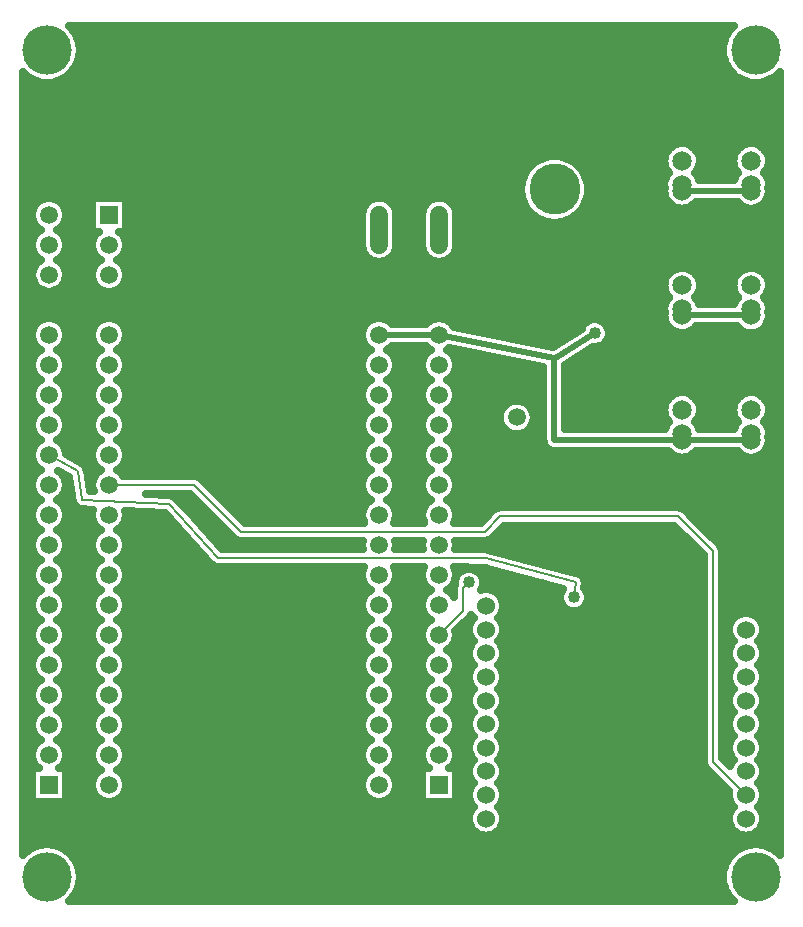
<source format=gbl>
G04 DipTrace 3.2.0.1*
G04 CM904_plus.gbl*
%MOIN*%
G04 #@! TF.FileFunction,Copper,L2,Bot*
G04 #@! TF.Part,Single*
G04 #@! TA.AperFunction,CopperBalancing*
%ADD14C,0.025*%
G04 #@! TA.AperFunction,Conductor*
%ADD15C,0.02*%
G04 #@! TA.AperFunction,ViaPad*
%ADD16C,0.04*%
G04 #@! TA.AperFunction,Conductor*
%ADD17C,0.008*%
G04 #@! TA.AperFunction,ComponentPad*
%ADD19C,0.06*%
%ADD24R,0.059055X0.059055*%
%ADD25C,0.059055*%
%ADD26C,0.17*%
%ADD28C,0.065199*%
%ADD31C,0.06*%
G04 #@! TA.AperFunction,ViaPad*
%ADD33C,0.165*%
%FSLAX26Y26*%
G04*
G70*
G90*
G75*
G01*
G04 Bottom*
%LPD*%
X1823386Y1323701D2*
D17*
X1903386Y1403701D1*
Y1478701D1*
X1923386Y1498701D1*
X1623386Y2323701D2*
D15*
X1823386D1*
X2863386Y2388701D2*
X2633386D1*
Y2803701D2*
X2863386D1*
X2633386Y1973701D2*
X2863386D1*
X1823386Y2323701D2*
X2207108Y2245697D1*
Y2242054D1*
Y1973701D1*
X2633386D1*
X2342370Y2329390D2*
X2207108Y2242054D1*
X2863386Y2803701D2*
D17*
X2862581Y2791216D1*
X2863386Y2824961D1*
X2633386Y2803701D2*
Y2824961D1*
X2863386Y2409961D2*
Y2388701D1*
X2633386Y2409961D2*
Y2388701D1*
Y1994961D2*
Y1973701D1*
X2863386Y1994961D2*
Y1973701D1*
X2208386Y3044921D2*
D16*
X2028347D1*
X2023347Y3039921D1*
Y2926811D1*
X1623386Y2423701D2*
Y2523701D1*
X1823386D2*
Y2423701D1*
X2023347Y2926811D2*
Y2723662D1*
X1823386Y2523701D1*
X2863386Y3003701D2*
X2933386D1*
Y2693135D1*
X2939581Y2611410D1*
X2852290Y2698701D1*
X2863386Y2588701D1*
X723386Y2423701D2*
X1623386D1*
X2846457Y1419961D2*
X2863386Y1633701D1*
X2933386Y1722042D1*
Y2173701D1*
Y2693135D1*
X2633386Y3003701D2*
X2863386D1*
Y2588701D2*
X2633386D1*
X2208386Y3044921D2*
X2272560Y3059813D1*
X2427560Y2758593D1*
X2633386Y2588701D1*
Y2173701D2*
X2863386D1*
X2933386D1*
X723386Y1823701D2*
D17*
X1005386D1*
X1162386Y1666701D1*
X1975386D1*
X2027386Y1718701D1*
X2619386D1*
X2735386Y1602701D1*
Y901110D1*
X2846457Y790040D1*
X523386Y1923701D2*
X618386Y1868701D1*
X633386Y1773701D1*
X923386Y1758701D1*
X1086320Y1581201D1*
X1978386Y1578701D1*
X2278386Y1498701D1*
X2273386Y1448701D1*
X1623386Y2723701D2*
D19*
Y2623701D1*
X1823386Y2723701D2*
Y2623701D1*
D16*
X2342370Y2329390D3*
X2273386Y1448701D3*
D33*
X516496Y516811D3*
X2878701D3*
X516496Y3272717D3*
X2878701D3*
D16*
X1923386Y1498701D3*
X607276Y3336650D2*
D14*
X2787946D1*
X620733Y3311781D2*
X2774454D1*
X627048Y3286912D2*
X2768138D1*
X627479Y3262044D2*
X2767743D1*
X622025Y3237175D2*
X2773162D1*
X609716Y3212306D2*
X2785470D1*
X586858Y3187437D2*
X2808328D1*
X2949078D2*
X2956965D1*
X438621Y3162568D2*
X2956961D1*
X438621Y3137700D2*
X2956961D1*
X438621Y3112831D2*
X2956961D1*
X438621Y3087962D2*
X2956961D1*
X438621Y3063093D2*
X2956997D1*
X438621Y3038225D2*
X2956997D1*
X438621Y3013356D2*
X2956997D1*
X438621Y2988487D2*
X2956997D1*
X438621Y2963618D2*
X2956997D1*
X438621Y2938750D2*
X2583299D1*
X2683464D2*
X2813316D1*
X2913445D2*
X2956997D1*
X438621Y2913881D2*
X2168908D1*
X2247865D2*
X2572677D1*
X2694085D2*
X2802695D1*
X2924103D2*
X2956997D1*
X438621Y2889012D2*
X2128538D1*
X2288235D2*
X2573646D1*
X2693116D2*
X2803663D1*
X2923134D2*
X2956997D1*
X438621Y2864143D2*
X2109161D1*
X2307613D2*
X2586636D1*
X2680126D2*
X2816654D1*
X2910108D2*
X2956997D1*
X438621Y2839274D2*
X2098683D1*
X2318091D2*
X2573538D1*
X2923206D2*
X2956997D1*
X438621Y2814406D2*
X2094556D1*
X2322217D2*
X2572749D1*
X2924031D2*
X2956997D1*
X438621Y2789537D2*
X2096063D1*
X2320710D2*
X2573502D1*
X2923242D2*
X2956997D1*
X438621Y2764668D2*
X482674D1*
X564108D2*
X664858D1*
X781889D2*
X1581986D1*
X1664783D2*
X1782005D1*
X1864802D2*
X2103455D1*
X2313318D2*
X2586528D1*
X2680234D2*
X2816510D1*
X2910252D2*
X2956997D1*
X438621Y2739799D2*
X467244D1*
X579538D2*
X664858D1*
X781889D2*
X1566736D1*
X1680034D2*
X1766754D1*
X1880052D2*
X2118240D1*
X2298534D2*
X2956997D1*
X438621Y2714931D2*
X465558D1*
X581224D2*
X664858D1*
X781889D2*
X1564403D1*
X1682366D2*
X1764386D1*
X1882385D2*
X2145583D1*
X2271190D2*
X2956997D1*
X438621Y2690062D2*
X476107D1*
X570674D2*
X664858D1*
X781889D2*
X1564403D1*
X1682366D2*
X1764386D1*
X1882385D2*
X2956997D1*
X438621Y2665193D2*
X483248D1*
X563533D2*
X683231D1*
X763516D2*
X1564403D1*
X1682366D2*
X1764386D1*
X1882385D2*
X2956997D1*
X438621Y2640324D2*
X467388D1*
X579394D2*
X667406D1*
X779377D2*
X1564403D1*
X1682366D2*
X1764386D1*
X1882385D2*
X2956997D1*
X438621Y2615456D2*
X465486D1*
X581296D2*
X665468D1*
X781279D2*
X1565013D1*
X1681756D2*
X1764996D1*
X1881775D2*
X2956997D1*
X438621Y2590587D2*
X475713D1*
X571069D2*
X675695D1*
X771088D2*
X1575132D1*
X1671673D2*
X1775115D1*
X1871656D2*
X2956997D1*
X438621Y2565718D2*
X483823D1*
X562923D2*
X683841D1*
X762942D2*
X2956997D1*
X438621Y2540849D2*
X467567D1*
X579215D2*
X667550D1*
X779233D2*
X2603107D1*
X2663691D2*
X2833088D1*
X2893673D2*
X2956997D1*
X438621Y2515981D2*
X465414D1*
X581368D2*
X665397D1*
X781386D2*
X2578454D1*
X2688308D2*
X2808472D1*
X2918290D2*
X2956997D1*
X438621Y2491112D2*
X475318D1*
X571464D2*
X675336D1*
X771446D2*
X2571852D1*
X2694946D2*
X2801833D1*
X2924928D2*
X2956997D1*
X438621Y2466243D2*
X2576229D1*
X2690533D2*
X2806211D1*
X2920550D2*
X2956997D1*
X438621Y2441374D2*
X2580823D1*
X2685940D2*
X2810840D1*
X2915921D2*
X2956997D1*
X438621Y2416505D2*
X2572175D1*
X2924605D2*
X2956997D1*
X438621Y2391637D2*
X2571852D1*
X2924892D2*
X2956997D1*
X438621Y2366768D2*
X485079D1*
X561703D2*
X685061D1*
X761722D2*
X1585072D1*
X1661697D2*
X1785055D1*
X1861716D2*
X2312230D1*
X2372527D2*
X2576014D1*
X2920766D2*
X2956997D1*
X438621Y2341899D2*
X467890D1*
X578856D2*
X667908D1*
X778874D2*
X1567920D1*
X1919561D2*
X2291955D1*
X2389644D2*
X2594817D1*
X2671945D2*
X2824799D1*
X2901962D2*
X2956997D1*
X438621Y2317030D2*
X465270D1*
X581511D2*
X665253D1*
X781494D2*
X1565264D1*
X2041890D2*
X2253451D1*
X2389680D2*
X2956997D1*
X438621Y2292162D2*
X474600D1*
X572182D2*
X674583D1*
X772200D2*
X1574594D1*
X2164219D2*
X2214947D1*
X2372706D2*
X2956997D1*
X438656Y2267293D2*
X485689D1*
X561057D2*
X685707D1*
X761076D2*
X1585718D1*
X1661087D2*
X1785701D1*
X1861070D2*
X1915171D1*
X2315974D2*
X2956997D1*
X438656Y2242424D2*
X468105D1*
X578677D2*
X668088D1*
X778695D2*
X1568099D1*
X1678670D2*
X1768082D1*
X1878689D2*
X2037536D1*
X2277470D2*
X2956997D1*
X438656Y2217555D2*
X465199D1*
X581583D2*
X665217D1*
X781566D2*
X1565193D1*
X1681577D2*
X1765211D1*
X1881560D2*
X2159865D1*
X2246107D2*
X2956997D1*
X438656Y2192687D2*
X474241D1*
X572540D2*
X674224D1*
X772523D2*
X1574235D1*
X1672534D2*
X1774218D1*
X1872553D2*
X2168119D1*
X2246107D2*
X2956997D1*
X438656Y2167818D2*
X486370D1*
X560412D2*
X686353D1*
X760394D2*
X1586364D1*
X1660405D2*
X1786347D1*
X1860424D2*
X2168119D1*
X2246107D2*
X2956997D1*
X438656Y2142949D2*
X468285D1*
X578497D2*
X668267D1*
X778480D2*
X1568279D1*
X1678491D2*
X1768261D1*
X1878509D2*
X2168119D1*
X2246107D2*
X2956997D1*
X438656Y2118080D2*
X465163D1*
X581619D2*
X665145D1*
X781638D2*
X1565157D1*
X1681613D2*
X1765139D1*
X1881631D2*
X2168119D1*
X2246107D2*
X2591875D1*
X2674887D2*
X2821857D1*
X2904905D2*
X2956997D1*
X438656Y2093211D2*
X473883D1*
X572899D2*
X673901D1*
X772882D2*
X1573877D1*
X1672893D2*
X1773895D1*
X1872876D2*
X2045933D1*
X2118934D2*
X2168119D1*
X2246107D2*
X2575117D1*
X2691681D2*
X2805099D1*
X2921663D2*
X2956997D1*
X438656Y2068343D2*
X487052D1*
X559730D2*
X687035D1*
X759712D2*
X1587046D1*
X1659724D2*
X1787029D1*
X1859742D2*
X2027453D1*
X2137414D2*
X2168119D1*
X2246107D2*
X2572031D1*
X2694731D2*
X2802049D1*
X2924749D2*
X2956997D1*
X438656Y2043474D2*
X468464D1*
X578318D2*
X668483D1*
X778300D2*
X1568458D1*
X1678312D2*
X1768476D1*
X1878294D2*
X2024151D1*
X2140715D2*
X2168119D1*
X2246107D2*
X2580105D1*
X2686657D2*
X2810123D1*
X2916675D2*
X2957032D1*
X438656Y2018605D2*
X465091D1*
X581691D2*
X665109D1*
X781673D2*
X1565085D1*
X1681685D2*
X1765103D1*
X1881667D2*
X2032692D1*
X2132175D2*
X2168119D1*
X2246107D2*
X2576732D1*
X2690030D2*
X2806714D1*
X2920048D2*
X2957032D1*
X438656Y1993736D2*
X473560D1*
X573222D2*
X673542D1*
X773205D2*
X1573554D1*
X1673216D2*
X1773536D1*
X1873234D2*
X2069114D1*
X2095752D2*
X2168119D1*
X2924964D2*
X2957032D1*
X438656Y1968868D2*
X487734D1*
X559012D2*
X687752D1*
X759030D2*
X1587764D1*
X1659042D2*
X1787746D1*
X1859024D2*
X2168442D1*
X2924785D2*
X2957032D1*
X438656Y1943999D2*
X468679D1*
X578102D2*
X668662D1*
X778085D2*
X1568673D1*
X1678096D2*
X1768656D1*
X1878115D2*
X2183405D1*
X2916962D2*
X2957032D1*
X438656Y1919130D2*
X465055D1*
X594645D2*
X665038D1*
X781709D2*
X1565049D1*
X1681721D2*
X1765067D1*
X1881703D2*
X2608202D1*
X2658560D2*
X2838220D1*
X2888542D2*
X2957032D1*
X438656Y1894261D2*
X473237D1*
X637527D2*
X673219D1*
X773564D2*
X1573231D1*
X1673539D2*
X1773213D1*
X1873557D2*
X2957032D1*
X438656Y1869393D2*
X488488D1*
X651629D2*
X688470D1*
X758313D2*
X1588481D1*
X1658288D2*
X1788464D1*
X1858307D2*
X2957032D1*
X438656Y1844524D2*
X468895D1*
X577887D2*
X588859D1*
X655576D2*
X668877D1*
X1030171D2*
X1568889D1*
X1677881D2*
X1768871D1*
X1877899D2*
X2957032D1*
X438656Y1819655D2*
X465019D1*
X581763D2*
X592767D1*
X1055039D2*
X1565013D1*
X1681756D2*
X1764996D1*
X1881775D2*
X2957032D1*
X438656Y1794786D2*
X472914D1*
X573868D2*
X596678D1*
X1079907D2*
X1572908D1*
X1673862D2*
X1772890D1*
X1873880D2*
X2957032D1*
X438656Y1769918D2*
X489241D1*
X557541D2*
X600626D1*
X956968D2*
X1013545D1*
X1104775D2*
X1589235D1*
X1657535D2*
X1789218D1*
X1857553D2*
X2957032D1*
X438656Y1745049D2*
X469110D1*
X577672D2*
X620470D1*
X979826D2*
X1038413D1*
X1129678D2*
X1569104D1*
X1677666D2*
X1769086D1*
X1877684D2*
X2009546D1*
X2637245D2*
X2957032D1*
X438656Y1720180D2*
X464983D1*
X581799D2*
X664966D1*
X781781D2*
X914863D1*
X1002648D2*
X1063280D1*
X1154546D2*
X1564977D1*
X1681792D2*
X1764960D1*
X1881811D2*
X1983243D1*
X2663512D2*
X2957032D1*
X438656Y1695311D2*
X472591D1*
X574191D2*
X672609D1*
X774174D2*
X937686D1*
X1025471D2*
X1088148D1*
X2688416D2*
X2957032D1*
X438656Y1670442D2*
X489995D1*
X556751D2*
X690013D1*
X756770D2*
X960508D1*
X1048293D2*
X1113016D1*
X2024738D2*
X2622018D1*
X2713283D2*
X2957032D1*
X438656Y1645574D2*
X469325D1*
X577457D2*
X669308D1*
X777475D2*
X983330D1*
X1071115D2*
X1137884D1*
X1999870D2*
X2646885D1*
X2738151D2*
X2957032D1*
X438656Y1620705D2*
X464947D1*
X581834D2*
X664930D1*
X781817D2*
X1006153D1*
X1093938D2*
X1564941D1*
X1681828D2*
X1764960D1*
X1881811D2*
X2671753D1*
X2762481D2*
X2957032D1*
X438656Y1595836D2*
X472304D1*
X574478D2*
X672286D1*
X774497D2*
X1029011D1*
X2034965D2*
X2696621D1*
X2768366D2*
X2957032D1*
X438656Y1570967D2*
X490820D1*
X555962D2*
X690803D1*
X755944D2*
X1051833D1*
X2128228D2*
X2702398D1*
X2768366D2*
X2957032D1*
X438656Y1546099D2*
X469541D1*
X577241D2*
X669523D1*
X777224D2*
X1569535D1*
X1677235D2*
X1769553D1*
X1877218D2*
X1979798D1*
X2221491D2*
X2702398D1*
X2768366D2*
X2957032D1*
X438656Y1521230D2*
X464912D1*
X581834D2*
X664930D1*
X781853D2*
X1564905D1*
X1681864D2*
X1764924D1*
X1966569D2*
X2073061D1*
X2301440D2*
X2702398D1*
X2768366D2*
X2957032D1*
X438656Y1496361D2*
X471981D1*
X574765D2*
X671999D1*
X774784D2*
X1571975D1*
X1674795D2*
X1771993D1*
X1972311D2*
X2166324D1*
X2311273D2*
X2702398D1*
X2768366D2*
X2957032D1*
X438656Y1471492D2*
X491645D1*
X555101D2*
X691664D1*
X755119D2*
X1591675D1*
X1655130D2*
X1791658D1*
X1855113D2*
X1870388D1*
X2005970D2*
X2230378D1*
X2316404D2*
X2702398D1*
X2768366D2*
X2957032D1*
X438656Y1446624D2*
X469756D1*
X576990D2*
X669774D1*
X777008D2*
X1569786D1*
X1676984D2*
X1769768D1*
X2032632D2*
X2224457D1*
X2322325D2*
X2702398D1*
X2768366D2*
X2957032D1*
X438656Y1421755D2*
X464912D1*
X581870D2*
X664894D1*
X781889D2*
X1564905D1*
X1681864D2*
X1764888D1*
X2039271D2*
X2232997D1*
X2313785D2*
X2702398D1*
X2768366D2*
X2957032D1*
X438656Y1396886D2*
X471694D1*
X575088D2*
X671712D1*
X775071D2*
X1571688D1*
X1675082D2*
X1771706D1*
X2034390D2*
X2702398D1*
X2768366D2*
X2834344D1*
X2858578D2*
X2957032D1*
X438656Y1372017D2*
X492542D1*
X554239D2*
X692525D1*
X754222D2*
X1592536D1*
X1654233D2*
X1792519D1*
X1917336D2*
X1930458D1*
X2030192D2*
X2702398D1*
X2768366D2*
X2796594D1*
X2896329D2*
X2957032D1*
X438656Y1347149D2*
X470007D1*
X576775D2*
X670026D1*
X776757D2*
X1570001D1*
X1676769D2*
X1770019D1*
X1892468D2*
X1921630D1*
X2038984D2*
X2702398D1*
X2768366D2*
X2787767D1*
X2905120D2*
X2957032D1*
X438656Y1322280D2*
X464876D1*
X581870D2*
X664894D1*
X781889D2*
X1564870D1*
X1681900D2*
X1764888D1*
X1881883D2*
X1924609D1*
X2036041D2*
X2702398D1*
X2768366D2*
X2790745D1*
X2902178D2*
X2957032D1*
X438656Y1297411D2*
X471407D1*
X575339D2*
X671425D1*
X775358D2*
X1571436D1*
X1675369D2*
X1771419D1*
X1875352D2*
X1933400D1*
X2027214D2*
X2702398D1*
X2768366D2*
X2799573D1*
X2893350D2*
X2957032D1*
X438656Y1272542D2*
X493440D1*
X553306D2*
X693458D1*
X753325D2*
X1593433D1*
X1653336D2*
X1793452D1*
X1853319D2*
X1922240D1*
X2038409D2*
X2702398D1*
X2768366D2*
X2788377D1*
X2904546D2*
X2957032D1*
X438656Y1247673D2*
X470258D1*
X576524D2*
X670241D1*
X776506D2*
X1570252D1*
X1676517D2*
X1770271D1*
X1876500D2*
X1923281D1*
X2037333D2*
X2702398D1*
X2768366D2*
X2789453D1*
X2903469D2*
X2957032D1*
X438656Y1222805D2*
X464876D1*
X581906D2*
X664858D1*
X781889D2*
X1564870D1*
X1681900D2*
X1764888D1*
X1881883D2*
X1937024D1*
X2023625D2*
X2702398D1*
X2768366D2*
X2803161D1*
X2889762D2*
X2957032D1*
X438692Y1197936D2*
X471155D1*
X575626D2*
X671138D1*
X775645D2*
X1571149D1*
X1675620D2*
X1771132D1*
X1875639D2*
X1923137D1*
X2037512D2*
X2702398D1*
X2768366D2*
X2789274D1*
X2903649D2*
X2957032D1*
X438692Y1173067D2*
X494408D1*
X552373D2*
X694391D1*
X752356D2*
X1594402D1*
X1652367D2*
X1794421D1*
X1852350D2*
X1922348D1*
X2038302D2*
X2702398D1*
X2768366D2*
X2788484D1*
X2904438D2*
X2957032D1*
X438692Y1148198D2*
X470510D1*
X576272D2*
X670492D1*
X776255D2*
X1570503D1*
X1676266D2*
X1770522D1*
X1876249D2*
X1933903D1*
X2026711D2*
X2702398D1*
X2768366D2*
X2800039D1*
X2892884D2*
X2957032D1*
X438692Y1123330D2*
X464876D1*
X581906D2*
X664858D1*
X781889D2*
X1564870D1*
X1681900D2*
X1764852D1*
X1881918D2*
X1924393D1*
X2036256D2*
X2702398D1*
X2768366D2*
X2790530D1*
X2902393D2*
X2957032D1*
X438692Y1098461D2*
X470868D1*
X575913D2*
X670887D1*
X775896D2*
X1570862D1*
X1675907D2*
X1770881D1*
X1875890D2*
X1921702D1*
X2038912D2*
X2702398D1*
X2768366D2*
X2787839D1*
X2905084D2*
X2957032D1*
X438692Y1073592D2*
X495413D1*
X551369D2*
X695396D1*
X751351D2*
X1595407D1*
X1651363D2*
X1795425D1*
X1851381D2*
X1930852D1*
X2029761D2*
X2702398D1*
X2768366D2*
X2796989D1*
X2895898D2*
X2957032D1*
X438692Y1048723D2*
X470761D1*
X576021D2*
X670779D1*
X776004D2*
X1570755D1*
X1676015D2*
X1770773D1*
X1875998D2*
X1925972D1*
X2034642D2*
X2702398D1*
X2768366D2*
X2792109D1*
X2900778D2*
X2957032D1*
X438692Y1023855D2*
X464876D1*
X581906D2*
X664858D1*
X781889D2*
X1564870D1*
X1681900D2*
X1764852D1*
X1881918D2*
X1921379D1*
X2039271D2*
X2702398D1*
X2768366D2*
X2787516D1*
X2905407D2*
X2957068D1*
X438692Y998986D2*
X470617D1*
X576165D2*
X670600D1*
X776147D2*
X1570611D1*
X1676159D2*
X1770629D1*
X1876141D2*
X1928340D1*
X2032273D2*
X2702398D1*
X2768366D2*
X2794477D1*
X2898446D2*
X2957068D1*
X438692Y974117D2*
X494803D1*
X551943D2*
X694822D1*
X751961D2*
X1594833D1*
X1651973D2*
X1794815D1*
X1851955D2*
X1927982D1*
X2032668D2*
X2702398D1*
X2768366D2*
X2794118D1*
X2898805D2*
X2957068D1*
X438692Y949248D2*
X471048D1*
X575734D2*
X671030D1*
X775753D2*
X1571042D1*
X1675728D2*
X1771024D1*
X1875746D2*
X1921343D1*
X2039271D2*
X2702398D1*
X2768366D2*
X2787480D1*
X2905407D2*
X2957068D1*
X438692Y924379D2*
X464876D1*
X581906D2*
X664858D1*
X781889D2*
X1564870D1*
X1681900D2*
X1764888D1*
X1881918D2*
X1926295D1*
X2034354D2*
X2702398D1*
X2768366D2*
X2792432D1*
X2900491D2*
X2957068D1*
X438692Y899511D2*
X470366D1*
X576416D2*
X670349D1*
X776398D2*
X1570360D1*
X1676410D2*
X1770342D1*
X1876428D2*
X1930422D1*
X2030228D2*
X2702434D1*
X2782612D2*
X2796558D1*
X2896364D2*
X2957068D1*
X438692Y874642D2*
X464876D1*
X581906D2*
X693853D1*
X752930D2*
X1593828D1*
X1652941D2*
X1764852D1*
X1881918D2*
X1921630D1*
X2039019D2*
X2716250D1*
X2905156D2*
X2957068D1*
X438692Y849773D2*
X464876D1*
X581906D2*
X671317D1*
X775465D2*
X1571293D1*
X1675477D2*
X1764852D1*
X1881918D2*
X1924609D1*
X2036005D2*
X2741117D1*
X2902142D2*
X2957068D1*
X438692Y824904D2*
X464876D1*
X581906D2*
X664894D1*
X781889D2*
X1564870D1*
X1681900D2*
X1764852D1*
X1881918D2*
X1933364D1*
X2027249D2*
X2765985D1*
X2893422D2*
X2957068D1*
X438692Y800036D2*
X464876D1*
X581906D2*
X670097D1*
X776650D2*
X1570109D1*
X1676661D2*
X1764852D1*
X1881918D2*
X1922204D1*
X2038409D2*
X2788341D1*
X2904546D2*
X2957068D1*
X438692Y775167D2*
X464876D1*
X581906D2*
X692920D1*
X753863D2*
X1592895D1*
X1653874D2*
X1764852D1*
X1881918D2*
X1923317D1*
X2037297D2*
X2789453D1*
X2903469D2*
X2957068D1*
X438692Y750298D2*
X1936953D1*
X2023697D2*
X2803089D1*
X2889833D2*
X2957068D1*
X438692Y725429D2*
X1923101D1*
X2037512D2*
X2789274D1*
X2903649D2*
X2957068D1*
X438692Y700561D2*
X1922348D1*
X2038266D2*
X2788484D1*
X2904402D2*
X2957068D1*
X438692Y675692D2*
X1933974D1*
X2026675D2*
X2800111D1*
X2892812D2*
X2957068D1*
X438692Y650823D2*
X2957068D1*
X438692Y625954D2*
X2957068D1*
X588114Y601086D2*
X2807072D1*
X610362Y576217D2*
X2784824D1*
X622384Y551348D2*
X2772839D1*
X627551Y526479D2*
X2767636D1*
X626941Y501610D2*
X2768282D1*
X620338Y476742D2*
X2774848D1*
X606523Y451873D2*
X2788664D1*
X676553Y2779721D2*
X779406D1*
Y2667681D1*
X758055D1*
X762998Y2663313D1*
X768707Y2656629D1*
X773300Y2649133D1*
X776664Y2641012D1*
X778716Y2632464D1*
X779406Y2623701D1*
X778716Y2614938D1*
X776664Y2606390D1*
X773300Y2598269D1*
X768707Y2590773D1*
X762998Y2584089D1*
X756314Y2578380D1*
X748647Y2573708D1*
X756314Y2569022D1*
X762998Y2563313D1*
X768707Y2556629D1*
X773300Y2549133D1*
X776664Y2541012D1*
X778716Y2532464D1*
X779406Y2523701D1*
X778716Y2514938D1*
X776664Y2506390D1*
X773300Y2498269D1*
X768707Y2490773D1*
X762998Y2484089D1*
X756314Y2478380D1*
X748818Y2473787D1*
X740697Y2470423D1*
X732149Y2468371D1*
X723386Y2467681D1*
X714623Y2468371D1*
X706075Y2470423D1*
X697954Y2473787D1*
X690458Y2478380D1*
X683774Y2484089D1*
X678065Y2490773D1*
X673472Y2498269D1*
X670108Y2506390D1*
X668056Y2514938D1*
X667366Y2523701D1*
X668056Y2532464D1*
X670108Y2541012D1*
X673472Y2549133D1*
X678065Y2556629D1*
X683774Y2563313D1*
X690458Y2569022D1*
X698125Y2573694D1*
X690458Y2578380D1*
X683774Y2584089D1*
X678065Y2590773D1*
X673472Y2598269D1*
X670108Y2606390D1*
X668056Y2614938D1*
X667366Y2623701D1*
X668056Y2632464D1*
X670108Y2641012D1*
X673472Y2649133D1*
X678065Y2656629D1*
X683774Y2663313D1*
X688745Y2667671D1*
X667366Y2667681D1*
Y2779721D1*
X676553D1*
X779233Y2319306D2*
X777858Y2310623D1*
X775141Y2302263D1*
X771151Y2294431D1*
X765984Y2287319D1*
X759768Y2281103D1*
X752656Y2275936D1*
X748818Y2273615D1*
X756314Y2269022D1*
X762998Y2263313D1*
X768707Y2256629D1*
X773300Y2249133D1*
X776664Y2241012D1*
X778716Y2232464D1*
X779406Y2223701D1*
X778716Y2214938D1*
X776664Y2206390D1*
X773300Y2198269D1*
X768707Y2190773D1*
X762998Y2184089D1*
X756314Y2178380D1*
X748647Y2173708D1*
X756314Y2169022D1*
X762998Y2163313D1*
X768707Y2156629D1*
X773300Y2149133D1*
X776664Y2141012D1*
X778716Y2132464D1*
X779406Y2123701D1*
X778716Y2114938D1*
X776664Y2106390D1*
X773300Y2098269D1*
X768707Y2090773D1*
X762998Y2084089D1*
X756314Y2078380D1*
X748647Y2073708D1*
X756314Y2069022D1*
X762998Y2063313D1*
X768707Y2056629D1*
X773300Y2049133D1*
X776664Y2041012D1*
X778716Y2032464D1*
X779406Y2023701D1*
X778716Y2014938D1*
X776664Y2006390D1*
X773300Y1998269D1*
X768707Y1990773D1*
X762998Y1984089D1*
X756314Y1978380D1*
X748647Y1973708D1*
X756314Y1969022D1*
X762998Y1963313D1*
X768707Y1956629D1*
X773300Y1949133D1*
X776664Y1941012D1*
X778716Y1932464D1*
X779406Y1923701D1*
X778716Y1914938D1*
X776664Y1906390D1*
X773300Y1898269D1*
X768707Y1890773D1*
X762998Y1884089D1*
X756314Y1878380D1*
X748647Y1873708D1*
X756314Y1869022D1*
X762998Y1863313D1*
X768707Y1856629D1*
X770339Y1854186D1*
X1007778Y1854099D1*
X1012504Y1853351D1*
X1017055Y1851872D1*
X1021318Y1849700D1*
X1025189Y1846887D1*
X1078913Y1793296D1*
X1175004Y1697205D1*
X1574014Y1697193D1*
X1571631Y1702263D1*
X1568914Y1710623D1*
X1567539Y1719306D1*
Y1728096D1*
X1568914Y1736779D1*
X1571631Y1745139D1*
X1575621Y1752971D1*
X1580788Y1760083D1*
X1587004Y1766299D1*
X1594116Y1771466D1*
X1597954Y1773787D1*
X1590458Y1778380D1*
X1583774Y1784089D1*
X1578065Y1790773D1*
X1573472Y1798269D1*
X1570108Y1806390D1*
X1568056Y1814938D1*
X1567366Y1823701D1*
X1568056Y1832464D1*
X1570108Y1841012D1*
X1573472Y1849133D1*
X1578065Y1856629D1*
X1583774Y1863313D1*
X1590458Y1869022D1*
X1598125Y1873694D1*
X1590458Y1878380D1*
X1583774Y1884089D1*
X1578065Y1890773D1*
X1573472Y1898269D1*
X1570108Y1906390D1*
X1568056Y1914938D1*
X1567366Y1923701D1*
X1568056Y1932464D1*
X1570108Y1941012D1*
X1573472Y1949133D1*
X1578065Y1956629D1*
X1583774Y1963313D1*
X1590458Y1969022D1*
X1598125Y1973694D1*
X1590458Y1978380D1*
X1583774Y1984089D1*
X1578065Y1990773D1*
X1573472Y1998269D1*
X1570108Y2006390D1*
X1568056Y2014938D1*
X1567366Y2023701D1*
X1568056Y2032464D1*
X1570108Y2041012D1*
X1573472Y2049133D1*
X1578065Y2056629D1*
X1583774Y2063313D1*
X1590458Y2069022D1*
X1598125Y2073694D1*
X1590458Y2078380D1*
X1583774Y2084089D1*
X1578065Y2090773D1*
X1573472Y2098269D1*
X1570108Y2106390D1*
X1568056Y2114938D1*
X1567366Y2123701D1*
X1568056Y2132464D1*
X1570108Y2141012D1*
X1573472Y2149133D1*
X1578065Y2156629D1*
X1583774Y2163313D1*
X1590458Y2169022D1*
X1598125Y2173694D1*
X1590458Y2178380D1*
X1583774Y2184089D1*
X1578065Y2190773D1*
X1573472Y2198269D1*
X1570108Y2206390D1*
X1568056Y2214938D1*
X1567366Y2223701D1*
X1568056Y2232464D1*
X1570108Y2241012D1*
X1573472Y2249133D1*
X1578065Y2256629D1*
X1583774Y2263313D1*
X1590458Y2269022D1*
X1598125Y2273694D1*
X1590458Y2278380D1*
X1583774Y2284089D1*
X1578065Y2290773D1*
X1573472Y2298269D1*
X1570108Y2306390D1*
X1568056Y2314938D1*
X1567366Y2323701D1*
X1568056Y2332464D1*
X1570108Y2341012D1*
X1573472Y2349133D1*
X1578065Y2356629D1*
X1583774Y2363313D1*
X1590458Y2369022D1*
X1597954Y2373615D1*
X1606075Y2376979D1*
X1614623Y2379031D1*
X1623386Y2379721D1*
X1632149Y2379031D1*
X1640697Y2376979D1*
X1648818Y2373615D1*
X1656314Y2369022D1*
X1662998Y2363313D1*
X1665879Y2360196D1*
X1780882Y2360193D1*
X1787004Y2366299D1*
X1794116Y2371466D1*
X1801948Y2375456D1*
X1810309Y2378173D1*
X1818991Y2379548D1*
X1827781D1*
X1836464Y2378173D1*
X1844824Y2375456D1*
X1852656Y2371466D1*
X1859768Y2366299D1*
X1865984Y2360083D1*
X1871151Y2352971D1*
X1872250Y2351007D1*
X2204072Y2283552D1*
X2298402Y2344439D1*
X2300945Y2350497D1*
X2304757Y2356718D1*
X2309495Y2362265D1*
X2315042Y2367003D1*
X2321263Y2370815D1*
X2328003Y2373607D1*
X2335097Y2375310D1*
X2342370Y2375882D1*
X2349643Y2375310D1*
X2356737Y2373607D1*
X2363477Y2370815D1*
X2369697Y2367003D1*
X2375245Y2362265D1*
X2379983Y2356718D1*
X2383795Y2350497D1*
X2386586Y2343757D1*
X2388290Y2336663D1*
X2388862Y2329390D1*
X2388290Y2322117D1*
X2386586Y2315023D1*
X2383795Y2308283D1*
X2379983Y2302063D1*
X2375245Y2296515D1*
X2369697Y2291777D1*
X2363477Y2287965D1*
X2356737Y2285174D1*
X2349643Y2283470D1*
X2342370Y2282898D1*
X2338000Y2283127D1*
X2243600Y2222178D1*
Y2010206D1*
X2576320Y2010193D1*
X2578792Y2017574D1*
X2583002Y2025836D1*
X2588452Y2033338D1*
X2589350Y2034310D1*
X2585580Y2038968D1*
X2580735Y2046874D1*
X2577186Y2055441D1*
X2575022Y2064457D1*
X2574294Y2073701D1*
X2575022Y2082945D1*
X2577186Y2091961D1*
X2580735Y2100528D1*
X2585580Y2108434D1*
X2591602Y2115485D1*
X2598653Y2121507D1*
X2606559Y2126352D1*
X2615126Y2129901D1*
X2624142Y2132065D1*
X2633386Y2132793D1*
X2642630Y2132065D1*
X2651646Y2129901D1*
X2660213Y2126352D1*
X2668119Y2121507D1*
X2675170Y2115485D1*
X2681192Y2108434D1*
X2686037Y2100528D1*
X2689586Y2091961D1*
X2691750Y2082945D1*
X2692478Y2073701D1*
X2691750Y2064457D1*
X2689586Y2055441D1*
X2686037Y2046874D1*
X2681192Y2038968D1*
X2677422Y2034352D1*
X2681192Y2029694D1*
X2686037Y2021788D1*
X2689586Y2013221D1*
X2690437Y2010203D1*
X2806312Y2010193D1*
X2808792Y2017574D1*
X2813002Y2025836D1*
X2818452Y2033338D1*
X2819350Y2034310D1*
X2815580Y2038968D1*
X2810735Y2046874D1*
X2807186Y2055441D1*
X2805022Y2064457D1*
X2804294Y2073701D1*
X2805022Y2082945D1*
X2807186Y2091961D1*
X2810735Y2100528D1*
X2815580Y2108434D1*
X2821602Y2115485D1*
X2828653Y2121507D1*
X2836559Y2126352D1*
X2845126Y2129901D1*
X2854142Y2132065D1*
X2863386Y2132793D1*
X2872630Y2132065D1*
X2881646Y2129901D1*
X2890213Y2126352D1*
X2898119Y2121507D1*
X2905170Y2115485D1*
X2911192Y2108434D1*
X2916037Y2100528D1*
X2919586Y2091961D1*
X2921750Y2082945D1*
X2922478Y2073701D1*
X2921750Y2064457D1*
X2919586Y2055441D1*
X2916037Y2046874D1*
X2911192Y2038968D1*
X2907422Y2034352D1*
X2911192Y2029694D1*
X2916037Y2021788D1*
X2919586Y2013221D1*
X2921750Y2004205D1*
X2922478Y1994961D1*
X2921750Y1985717D1*
X2921492Y1984419D1*
X2922296Y1978337D1*
Y1969065D1*
X2920845Y1959906D1*
X2917980Y1951088D1*
X2913770Y1942826D1*
X2908320Y1935324D1*
X2901763Y1928767D1*
X2894261Y1923317D1*
X2886000Y1919107D1*
X2877181Y1916242D1*
X2868022Y1914791D1*
X2858750D1*
X2849591Y1916242D1*
X2840773Y1919107D1*
X2832511Y1923317D1*
X2825009Y1928767D1*
X2818452Y1935324D1*
X2816960Y1937217D1*
X2679838Y1937209D1*
X2675170Y1931917D1*
X2668119Y1925895D1*
X2660213Y1921050D1*
X2651646Y1917501D1*
X2642630Y1915337D1*
X2633386Y1914609D1*
X2624142Y1915337D1*
X2615126Y1917501D1*
X2606559Y1921050D1*
X2598653Y1925895D1*
X2591602Y1931917D1*
X2586960Y1937217D1*
X2204245Y1937321D1*
X2198589Y1938217D1*
X2193143Y1939987D1*
X2188041Y1942586D1*
X2183408Y1945952D1*
X2179359Y1950001D1*
X2175993Y1954634D1*
X2173394Y1959736D1*
X2171624Y1965182D1*
X2170728Y1970838D1*
X2170616Y2019633D1*
Y2215883D1*
X1857789Y2279469D1*
X1852656Y2275936D1*
X1848818Y2273615D1*
X1856314Y2269022D1*
X1862998Y2263313D1*
X1868707Y2256629D1*
X1873300Y2249133D1*
X1876664Y2241012D1*
X1878716Y2232464D1*
X1879406Y2223701D1*
X1878716Y2214938D1*
X1876664Y2206390D1*
X1873300Y2198269D1*
X1868707Y2190773D1*
X1862998Y2184089D1*
X1856314Y2178380D1*
X1848647Y2173708D1*
X1856314Y2169022D1*
X1862998Y2163313D1*
X1868707Y2156629D1*
X1873300Y2149133D1*
X1876664Y2141012D1*
X1878716Y2132464D1*
X1879406Y2123701D1*
X1878716Y2114938D1*
X1876664Y2106390D1*
X1873300Y2098269D1*
X1868707Y2090773D1*
X1862998Y2084089D1*
X1856314Y2078380D1*
X1848647Y2073708D1*
X1856314Y2069022D1*
X1862998Y2063313D1*
X1868707Y2056629D1*
X1873300Y2049133D1*
X1876664Y2041012D1*
X1878716Y2032464D1*
X1879406Y2023701D1*
X1878716Y2014938D1*
X1876664Y2006390D1*
X1873300Y1998269D1*
X1868707Y1990773D1*
X1862998Y1984089D1*
X1856314Y1978380D1*
X1848647Y1973708D1*
X1856314Y1969022D1*
X1862998Y1963313D1*
X1868707Y1956629D1*
X1873300Y1949133D1*
X1876664Y1941012D1*
X1878716Y1932464D1*
X1879406Y1923701D1*
X1878716Y1914938D1*
X1876664Y1906390D1*
X1873300Y1898269D1*
X1868707Y1890773D1*
X1862998Y1884089D1*
X1856314Y1878380D1*
X1848647Y1873708D1*
X1856314Y1869022D1*
X1862998Y1863313D1*
X1868707Y1856629D1*
X1873300Y1849133D1*
X1876664Y1841012D1*
X1878716Y1832464D1*
X1879406Y1823701D1*
X1878716Y1814938D1*
X1876664Y1806390D1*
X1873300Y1798269D1*
X1868707Y1790773D1*
X1862998Y1784089D1*
X1856314Y1778380D1*
X1848647Y1773708D1*
X1856314Y1769022D1*
X1862998Y1763313D1*
X1868707Y1756629D1*
X1873300Y1749133D1*
X1876664Y1741012D1*
X1878716Y1732464D1*
X1879406Y1723701D1*
X1878716Y1714938D1*
X1876664Y1706390D1*
X1873300Y1698269D1*
X1872704Y1697204D1*
X1962783Y1697193D1*
X2007583Y1741888D1*
X2011454Y1744700D1*
X2015717Y1746872D1*
X2020268Y1748351D1*
X2024994Y1749099D1*
X2100877Y1749193D1*
X2621778Y1749099D1*
X2626504Y1748351D1*
X2631055Y1746872D1*
X2635318Y1744700D1*
X2639189Y1741888D1*
X2692913Y1688296D1*
X2758572Y1622504D1*
X2761385Y1618633D1*
X2763557Y1614370D1*
X2765036Y1609819D1*
X2765784Y1605093D1*
X2765878Y1529210D1*
Y913761D1*
X2792902Y886717D1*
X2796122Y894427D1*
X2800754Y901985D1*
X2805958Y908128D1*
X2800754Y914315D1*
X2796122Y921873D1*
X2792730Y930063D1*
X2790660Y938683D1*
X2789965Y947520D1*
X2790660Y956357D1*
X2792730Y964977D1*
X2796122Y973167D1*
X2800754Y980725D1*
X2805958Y986868D1*
X2800754Y993055D1*
X2796122Y1000613D1*
X2792730Y1008803D1*
X2790660Y1017423D1*
X2789965Y1026260D1*
X2790660Y1035097D1*
X2792730Y1043717D1*
X2796122Y1051907D1*
X2800754Y1059465D1*
X2805958Y1065608D1*
X2800754Y1071795D1*
X2796122Y1079353D1*
X2792730Y1087543D1*
X2790660Y1096163D1*
X2789965Y1105000D1*
X2790660Y1113838D1*
X2792730Y1122457D1*
X2796122Y1130647D1*
X2800754Y1138205D1*
X2805958Y1144348D1*
X2800754Y1150535D1*
X2796122Y1158093D1*
X2792730Y1166283D1*
X2790660Y1174903D1*
X2789965Y1183740D1*
X2790660Y1192578D1*
X2792730Y1201197D1*
X2796122Y1209387D1*
X2800754Y1216946D1*
X2805958Y1223088D1*
X2800754Y1229275D1*
X2796122Y1236834D1*
X2792730Y1245024D1*
X2790660Y1253643D1*
X2789965Y1262481D1*
X2790660Y1271318D1*
X2792730Y1279938D1*
X2796122Y1288127D1*
X2800754Y1295686D1*
X2805958Y1301828D1*
X2800754Y1308015D1*
X2796122Y1315574D1*
X2792730Y1323764D1*
X2790660Y1332383D1*
X2789965Y1341221D1*
X2790660Y1350058D1*
X2792730Y1358678D1*
X2796122Y1366868D1*
X2800754Y1374426D1*
X2806511Y1381167D1*
X2813252Y1386924D1*
X2820810Y1391556D1*
X2829000Y1394948D1*
X2837620Y1397017D1*
X2846457Y1397713D1*
X2855294Y1397017D1*
X2863914Y1394948D1*
X2872104Y1391556D1*
X2879662Y1386924D1*
X2886403Y1381167D1*
X2892160Y1374426D1*
X2896792Y1366868D1*
X2900184Y1358678D1*
X2902254Y1350058D1*
X2902949Y1341221D1*
X2902254Y1332383D1*
X2900184Y1323764D1*
X2896792Y1315574D1*
X2892160Y1308015D1*
X2886956Y1301873D1*
X2892160Y1295686D1*
X2896792Y1288127D1*
X2900184Y1279938D1*
X2902254Y1271318D1*
X2902949Y1262481D1*
X2902254Y1253643D1*
X2900184Y1245024D1*
X2896792Y1236834D1*
X2892160Y1229275D1*
X2886956Y1223133D1*
X2892160Y1216946D1*
X2896792Y1209387D1*
X2900184Y1201197D1*
X2902254Y1192578D1*
X2902949Y1183740D1*
X2902254Y1174903D1*
X2900184Y1166283D1*
X2896792Y1158093D1*
X2892160Y1150535D1*
X2886956Y1144392D1*
X2892160Y1138205D1*
X2896792Y1130647D1*
X2900184Y1122457D1*
X2902254Y1113838D1*
X2902949Y1105000D1*
X2902254Y1096163D1*
X2900184Y1087543D1*
X2896792Y1079353D1*
X2892160Y1071795D1*
X2886956Y1065652D1*
X2892160Y1059465D1*
X2896792Y1051907D1*
X2900184Y1043717D1*
X2902254Y1035097D1*
X2902949Y1026260D1*
X2902254Y1017423D1*
X2900184Y1008803D1*
X2896792Y1000613D1*
X2892160Y993055D1*
X2886956Y986912D1*
X2892160Y980725D1*
X2896792Y973167D1*
X2900184Y964977D1*
X2902254Y956357D1*
X2902949Y947520D1*
X2902254Y938683D1*
X2900184Y930063D1*
X2896792Y921873D1*
X2892160Y914315D1*
X2886956Y908172D1*
X2892160Y901985D1*
X2896792Y894427D1*
X2900184Y886237D1*
X2902254Y877617D1*
X2902949Y868780D1*
X2902254Y859942D1*
X2900184Y851323D1*
X2896792Y843133D1*
X2892160Y835575D1*
X2886956Y829432D1*
X2892160Y823245D1*
X2896792Y815686D1*
X2900184Y807497D1*
X2902254Y798877D1*
X2902949Y790040D1*
X2902254Y781202D1*
X2900184Y772583D1*
X2896792Y764393D1*
X2892160Y756834D1*
X2886956Y750692D1*
X2892160Y744505D1*
X2896792Y736946D1*
X2900184Y728756D1*
X2902254Y720137D1*
X2902949Y711299D1*
X2902254Y702462D1*
X2900184Y693842D1*
X2896792Y685653D1*
X2892160Y678094D1*
X2886403Y671353D1*
X2879662Y665596D1*
X2872104Y660965D1*
X2863914Y657572D1*
X2855294Y655503D1*
X2846457Y654807D1*
X2837620Y655503D1*
X2829000Y657572D1*
X2820810Y660965D1*
X2813252Y665596D1*
X2806511Y671353D1*
X2800754Y678094D1*
X2796122Y685653D1*
X2792730Y693842D1*
X2790660Y702462D1*
X2789965Y711299D1*
X2790660Y720137D1*
X2792730Y728756D1*
X2796122Y736946D1*
X2800754Y744505D1*
X2805958Y750647D1*
X2800754Y756834D1*
X2796122Y764393D1*
X2792730Y772583D1*
X2790660Y781202D1*
X2789965Y790040D1*
X2790660Y798877D1*
X2791299Y802089D1*
X2712200Y881307D1*
X2709387Y885178D1*
X2707215Y889442D1*
X2705736Y893992D1*
X2704988Y898718D1*
X2704894Y974601D1*
Y1590051D1*
X2606772Y1688193D1*
X2040036Y1688209D1*
X1995189Y1643514D1*
X1991318Y1640702D1*
X1987055Y1638530D1*
X1982504Y1637051D1*
X1977778Y1636303D1*
X1901895Y1636209D1*
X1877960D1*
X1879233Y1628096D1*
Y1619306D1*
X1877858Y1610623D1*
X1877536Y1609482D1*
X1981537Y1609030D1*
X1986243Y1608164D1*
X2288419Y1527495D1*
X2292800Y1525571D1*
X2296826Y1522986D1*
X2300398Y1519802D1*
X2303428Y1516099D1*
X2305841Y1511967D1*
X2307578Y1507509D1*
X2308597Y1502834D1*
X2308871Y1498057D1*
X2307217Y1480563D1*
X2310999Y1476028D1*
X2314811Y1469808D1*
X2317603Y1463068D1*
X2319306Y1455974D1*
X2319878Y1448701D1*
X2319306Y1441428D1*
X2317603Y1434334D1*
X2314811Y1427594D1*
X2310999Y1421374D1*
X2306261Y1415826D1*
X2300713Y1411088D1*
X2294493Y1407276D1*
X2287753Y1404484D1*
X2280659Y1402781D1*
X2273386Y1402209D1*
X2266113Y1402781D1*
X2259019Y1404484D1*
X2252279Y1407276D1*
X2246059Y1411088D1*
X2240511Y1415826D1*
X2235773Y1421374D1*
X2231961Y1427594D1*
X2229169Y1434334D1*
X2227466Y1441428D1*
X2226894Y1448701D1*
X2227466Y1455974D1*
X2229169Y1463068D1*
X2231961Y1469808D1*
X2235773Y1476028D1*
X2237389Y1478078D1*
X1974322Y1548227D1*
X1873627Y1548502D1*
X1876664Y1541012D1*
X1878716Y1532464D1*
X1879406Y1523701D1*
X1878716Y1514938D1*
X1876664Y1506390D1*
X1873300Y1498269D1*
X1868707Y1490773D1*
X1862998Y1484089D1*
X1856314Y1478380D1*
X1848647Y1473708D1*
X1856314Y1469022D1*
X1862998Y1463313D1*
X1868707Y1456629D1*
X1872889Y1449868D1*
X1872988Y1481093D1*
X1873736Y1485819D1*
X1875215Y1490370D1*
X1877037Y1495053D1*
Y1502349D1*
X1878178Y1509554D1*
X1880433Y1516493D1*
X1883745Y1522993D1*
X1888033Y1528895D1*
X1893192Y1534054D1*
X1899094Y1538342D1*
X1905594Y1541654D1*
X1912533Y1543909D1*
X1919738Y1545050D1*
X1927034D1*
X1934239Y1543909D1*
X1941178Y1541654D1*
X1947678Y1538342D1*
X1953580Y1534054D1*
X1958739Y1528895D1*
X1963027Y1522993D1*
X1966339Y1516493D1*
X1968594Y1509554D1*
X1969735Y1502349D1*
Y1495053D1*
X1968594Y1487848D1*
X1966339Y1480909D1*
X1963027Y1474409D1*
X1962465Y1473567D1*
X1971478Y1475757D1*
X1980315Y1476453D1*
X1989152Y1475757D1*
X1997772Y1473688D1*
X2005962Y1470296D1*
X2013520Y1465664D1*
X2020261Y1459907D1*
X2026018Y1453166D1*
X2030650Y1445608D1*
X2034042Y1437418D1*
X2036112Y1428798D1*
X2036807Y1419961D1*
X2036112Y1411124D1*
X2034042Y1402504D1*
X2030650Y1394314D1*
X2026018Y1386756D1*
X2020814Y1380613D1*
X2026018Y1374426D1*
X2030650Y1366868D1*
X2034042Y1358678D1*
X2036112Y1350058D1*
X2036807Y1341221D1*
X2036112Y1332383D1*
X2034042Y1323764D1*
X2030650Y1315574D1*
X2026018Y1308015D1*
X2020814Y1301873D1*
X2026018Y1295686D1*
X2030650Y1288127D1*
X2034042Y1279938D1*
X2036112Y1271318D1*
X2036807Y1262481D1*
X2036112Y1253643D1*
X2034042Y1245024D1*
X2030650Y1236834D1*
X2026018Y1229275D1*
X2020814Y1223133D1*
X2026018Y1216946D1*
X2030650Y1209387D1*
X2034042Y1201197D1*
X2036112Y1192578D1*
X2036807Y1183740D1*
X2036112Y1174903D1*
X2034042Y1166283D1*
X2030650Y1158093D1*
X2026018Y1150535D1*
X2020814Y1144392D1*
X2026018Y1138205D1*
X2030650Y1130647D1*
X2034042Y1122457D1*
X2036112Y1113838D1*
X2036807Y1105000D1*
X2036112Y1096163D1*
X2034042Y1087543D1*
X2030650Y1079353D1*
X2026018Y1071795D1*
X2020814Y1065652D1*
X2026018Y1059465D1*
X2030650Y1051907D1*
X2034042Y1043717D1*
X2036112Y1035097D1*
X2036807Y1026260D1*
X2036112Y1017423D1*
X2034042Y1008803D1*
X2030650Y1000613D1*
X2026018Y993055D1*
X2020814Y986912D1*
X2026018Y980725D1*
X2030650Y973167D1*
X2034042Y964977D1*
X2036112Y956357D1*
X2036807Y947520D1*
X2036112Y938683D1*
X2034042Y930063D1*
X2030650Y921873D1*
X2026018Y914315D1*
X2020814Y908172D1*
X2026018Y901985D1*
X2030650Y894427D1*
X2034042Y886237D1*
X2036112Y877617D1*
X2036807Y868780D1*
X2036112Y859942D1*
X2034042Y851323D1*
X2030650Y843133D1*
X2026018Y835575D1*
X2020814Y829432D1*
X2026018Y823245D1*
X2030650Y815686D1*
X2034042Y807497D1*
X2036112Y798877D1*
X2036807Y790040D1*
X2036112Y781202D1*
X2034042Y772583D1*
X2030650Y764393D1*
X2026018Y756834D1*
X2020814Y750692D1*
X2026018Y744505D1*
X2030650Y736946D1*
X2034042Y728756D1*
X2036112Y720137D1*
X2036807Y711299D1*
X2036112Y702462D1*
X2034042Y693842D1*
X2030650Y685653D1*
X2026018Y678094D1*
X2020261Y671353D1*
X2013520Y665596D1*
X2005962Y660965D1*
X1997772Y657572D1*
X1989152Y655503D1*
X1980315Y654807D1*
X1971478Y655503D1*
X1962858Y657572D1*
X1954668Y660965D1*
X1947110Y665596D1*
X1940369Y671353D1*
X1934612Y678094D1*
X1929980Y685653D1*
X1926588Y693842D1*
X1924519Y702462D1*
X1923823Y711299D1*
X1924519Y720137D1*
X1926588Y728756D1*
X1929980Y736946D1*
X1934612Y744505D1*
X1939816Y750647D1*
X1934612Y756834D1*
X1929980Y764393D1*
X1926588Y772583D1*
X1924519Y781202D1*
X1923823Y790040D1*
X1924519Y798877D1*
X1926588Y807497D1*
X1929980Y815686D1*
X1934612Y823245D1*
X1939816Y829388D1*
X1934612Y835575D1*
X1929980Y843133D1*
X1926588Y851323D1*
X1924519Y859942D1*
X1923823Y868780D1*
X1924519Y877617D1*
X1926588Y886237D1*
X1929980Y894427D1*
X1934612Y901985D1*
X1939816Y908128D1*
X1934612Y914315D1*
X1929980Y921873D1*
X1926588Y930063D1*
X1924519Y938683D1*
X1923823Y947520D1*
X1924519Y956357D1*
X1926588Y964977D1*
X1929980Y973167D1*
X1934612Y980725D1*
X1939816Y986868D1*
X1934612Y993055D1*
X1929980Y1000613D1*
X1926588Y1008803D1*
X1924519Y1017423D1*
X1923823Y1026260D1*
X1924519Y1035097D1*
X1926588Y1043717D1*
X1929980Y1051907D1*
X1934612Y1059465D1*
X1939816Y1065608D1*
X1934612Y1071795D1*
X1929980Y1079353D1*
X1926588Y1087543D1*
X1924519Y1096163D1*
X1923823Y1105000D1*
X1924519Y1113838D1*
X1926588Y1122457D1*
X1929980Y1130647D1*
X1934612Y1138205D1*
X1939816Y1144348D1*
X1934612Y1150535D1*
X1929980Y1158093D1*
X1926588Y1166283D1*
X1924519Y1174903D1*
X1923823Y1183740D1*
X1924519Y1192578D1*
X1926588Y1201197D1*
X1929980Y1209387D1*
X1934612Y1216946D1*
X1939816Y1223088D1*
X1934612Y1229275D1*
X1929980Y1236834D1*
X1926588Y1245024D1*
X1924519Y1253643D1*
X1923823Y1262481D1*
X1924519Y1271318D1*
X1926588Y1279938D1*
X1929980Y1288127D1*
X1934612Y1295686D1*
X1939816Y1301828D1*
X1934612Y1308015D1*
X1929980Y1315574D1*
X1926588Y1323764D1*
X1924519Y1332383D1*
X1923823Y1341221D1*
X1924519Y1350058D1*
X1926588Y1358678D1*
X1929980Y1366868D1*
X1934612Y1374426D1*
X1939816Y1380569D1*
X1934612Y1386756D1*
X1931428Y1391729D1*
X1929385Y1387769D1*
X1926572Y1383898D1*
X1878183Y1335376D1*
X1879233Y1328096D1*
Y1319306D1*
X1877858Y1310623D1*
X1875141Y1302263D1*
X1871151Y1294431D1*
X1865984Y1287319D1*
X1859768Y1281103D1*
X1852656Y1275936D1*
X1848818Y1273615D1*
X1856314Y1269022D1*
X1862998Y1263313D1*
X1868707Y1256629D1*
X1873300Y1249133D1*
X1876664Y1241012D1*
X1878716Y1232464D1*
X1879406Y1223701D1*
X1878716Y1214938D1*
X1876664Y1206390D1*
X1873300Y1198269D1*
X1868707Y1190773D1*
X1862998Y1184089D1*
X1856314Y1178380D1*
X1848647Y1173708D1*
X1856314Y1169022D1*
X1862998Y1163313D1*
X1868707Y1156629D1*
X1873300Y1149133D1*
X1876664Y1141012D1*
X1878716Y1132464D1*
X1879406Y1123701D1*
X1878716Y1114938D1*
X1876664Y1106390D1*
X1873300Y1098269D1*
X1868707Y1090773D1*
X1862998Y1084089D1*
X1856314Y1078380D1*
X1848647Y1073708D1*
X1856314Y1069022D1*
X1862998Y1063313D1*
X1868707Y1056629D1*
X1873300Y1049133D1*
X1876664Y1041012D1*
X1878716Y1032464D1*
X1879406Y1023701D1*
X1878716Y1014938D1*
X1876664Y1006390D1*
X1873300Y998269D1*
X1868707Y990773D1*
X1862998Y984089D1*
X1856314Y978380D1*
X1848647Y973708D1*
X1856314Y969022D1*
X1862998Y963313D1*
X1868707Y956629D1*
X1873300Y949133D1*
X1876664Y941012D1*
X1878716Y932464D1*
X1879406Y923701D1*
X1878716Y914938D1*
X1876664Y906390D1*
X1873300Y898269D1*
X1868707Y890773D1*
X1862998Y884089D1*
X1858027Y879731D1*
X1879406Y879721D1*
Y767681D1*
X1767366D1*
Y879721D1*
X1788717D1*
X1783774Y884089D1*
X1778065Y890773D1*
X1773472Y898269D1*
X1770108Y906390D1*
X1768056Y914938D1*
X1767366Y923701D1*
X1768056Y932464D1*
X1770108Y941012D1*
X1773472Y949133D1*
X1778065Y956629D1*
X1783774Y963313D1*
X1790458Y969022D1*
X1798125Y973694D1*
X1790458Y978380D1*
X1783774Y984089D1*
X1778065Y990773D1*
X1773472Y998269D1*
X1770108Y1006390D1*
X1768056Y1014938D1*
X1767366Y1023701D1*
X1768056Y1032464D1*
X1770108Y1041012D1*
X1773472Y1049133D1*
X1778065Y1056629D1*
X1783774Y1063313D1*
X1790458Y1069022D1*
X1798125Y1073694D1*
X1790458Y1078380D1*
X1783774Y1084089D1*
X1778065Y1090773D1*
X1773472Y1098269D1*
X1770108Y1106390D1*
X1768056Y1114938D1*
X1767366Y1123701D1*
X1768056Y1132464D1*
X1770108Y1141012D1*
X1773472Y1149133D1*
X1778065Y1156629D1*
X1783774Y1163313D1*
X1790458Y1169022D1*
X1798125Y1173694D1*
X1790458Y1178380D1*
X1783774Y1184089D1*
X1778065Y1190773D1*
X1773472Y1198269D1*
X1770108Y1206390D1*
X1768056Y1214938D1*
X1767366Y1223701D1*
X1768056Y1232464D1*
X1770108Y1241012D1*
X1773472Y1249133D1*
X1778065Y1256629D1*
X1783774Y1263313D1*
X1790458Y1269022D1*
X1798125Y1273694D1*
X1790458Y1278380D1*
X1783774Y1284089D1*
X1778065Y1290773D1*
X1773472Y1298269D1*
X1770108Y1306390D1*
X1768056Y1314938D1*
X1767366Y1323701D1*
X1768056Y1332464D1*
X1770108Y1341012D1*
X1773472Y1349133D1*
X1778065Y1356629D1*
X1783774Y1363313D1*
X1790458Y1369022D1*
X1798125Y1373694D1*
X1790458Y1378380D1*
X1783774Y1384089D1*
X1778065Y1390773D1*
X1773472Y1398269D1*
X1770108Y1406390D1*
X1768056Y1414938D1*
X1767366Y1423701D1*
X1768056Y1432464D1*
X1770108Y1441012D1*
X1773472Y1449133D1*
X1778065Y1456629D1*
X1783774Y1463313D1*
X1790458Y1469022D1*
X1798125Y1473694D1*
X1790458Y1478380D1*
X1783774Y1484089D1*
X1778065Y1490773D1*
X1773472Y1498269D1*
X1770108Y1506390D1*
X1768056Y1514938D1*
X1767366Y1523701D1*
X1768056Y1532464D1*
X1770108Y1541012D1*
X1773307Y1548775D1*
X1673322Y1549064D1*
X1676664Y1541012D1*
X1678716Y1532464D1*
X1679406Y1523701D1*
X1678716Y1514938D1*
X1676664Y1506390D1*
X1673300Y1498269D1*
X1668707Y1490773D1*
X1662998Y1484089D1*
X1656314Y1478380D1*
X1648647Y1473708D1*
X1656314Y1469022D1*
X1662998Y1463313D1*
X1668707Y1456629D1*
X1673300Y1449133D1*
X1676664Y1441012D1*
X1678716Y1432464D1*
X1679406Y1423701D1*
X1678716Y1414938D1*
X1676664Y1406390D1*
X1673300Y1398269D1*
X1668707Y1390773D1*
X1662998Y1384089D1*
X1656314Y1378380D1*
X1648647Y1373708D1*
X1656314Y1369022D1*
X1662998Y1363313D1*
X1668707Y1356629D1*
X1673300Y1349133D1*
X1676664Y1341012D1*
X1678716Y1332464D1*
X1679406Y1323701D1*
X1678716Y1314938D1*
X1676664Y1306390D1*
X1673300Y1298269D1*
X1668707Y1290773D1*
X1662998Y1284089D1*
X1656314Y1278380D1*
X1648647Y1273708D1*
X1656314Y1269022D1*
X1662998Y1263313D1*
X1668707Y1256629D1*
X1673300Y1249133D1*
X1676664Y1241012D1*
X1678716Y1232464D1*
X1679406Y1223701D1*
X1678716Y1214938D1*
X1676664Y1206390D1*
X1673300Y1198269D1*
X1668707Y1190773D1*
X1662998Y1184089D1*
X1656314Y1178380D1*
X1648647Y1173708D1*
X1656314Y1169022D1*
X1662998Y1163313D1*
X1668707Y1156629D1*
X1673300Y1149133D1*
X1676664Y1141012D1*
X1678716Y1132464D1*
X1679406Y1123701D1*
X1678716Y1114938D1*
X1676664Y1106390D1*
X1673300Y1098269D1*
X1668707Y1090773D1*
X1662998Y1084089D1*
X1656314Y1078380D1*
X1648647Y1073708D1*
X1656314Y1069022D1*
X1662998Y1063313D1*
X1668707Y1056629D1*
X1673300Y1049133D1*
X1676664Y1041012D1*
X1678716Y1032464D1*
X1679406Y1023701D1*
X1678716Y1014938D1*
X1676664Y1006390D1*
X1673300Y998269D1*
X1668707Y990773D1*
X1662998Y984089D1*
X1656314Y978380D1*
X1648647Y973708D1*
X1656314Y969022D1*
X1662998Y963313D1*
X1668707Y956629D1*
X1673300Y949133D1*
X1676664Y941012D1*
X1678716Y932464D1*
X1679406Y923701D1*
X1678716Y914938D1*
X1676664Y906390D1*
X1673300Y898269D1*
X1668707Y890773D1*
X1662998Y884089D1*
X1656314Y878380D1*
X1648647Y873708D1*
X1656314Y869022D1*
X1662998Y863313D1*
X1668707Y856629D1*
X1673300Y849133D1*
X1676664Y841012D1*
X1678716Y832464D1*
X1679406Y823701D1*
X1678716Y814938D1*
X1676664Y806390D1*
X1673300Y798269D1*
X1668707Y790773D1*
X1662998Y784089D1*
X1656314Y778380D1*
X1648818Y773787D1*
X1640697Y770423D1*
X1632149Y768371D1*
X1623386Y767681D1*
X1614623Y768371D1*
X1606075Y770423D1*
X1597954Y773787D1*
X1590458Y778380D1*
X1583774Y784089D1*
X1578065Y790773D1*
X1573472Y798269D1*
X1570108Y806390D1*
X1568056Y814938D1*
X1567366Y823701D1*
X1568056Y832464D1*
X1570108Y841012D1*
X1573472Y849133D1*
X1578065Y856629D1*
X1583774Y863313D1*
X1590458Y869022D1*
X1598125Y873694D1*
X1590458Y878380D1*
X1583774Y884089D1*
X1578065Y890773D1*
X1573472Y898269D1*
X1570108Y906390D1*
X1568056Y914938D1*
X1567366Y923701D1*
X1568056Y932464D1*
X1570108Y941012D1*
X1573472Y949133D1*
X1578065Y956629D1*
X1583774Y963313D1*
X1590458Y969022D1*
X1598125Y973694D1*
X1590458Y978380D1*
X1583774Y984089D1*
X1578065Y990773D1*
X1573472Y998269D1*
X1570108Y1006390D1*
X1568056Y1014938D1*
X1567366Y1023701D1*
X1568056Y1032464D1*
X1570108Y1041012D1*
X1573472Y1049133D1*
X1578065Y1056629D1*
X1583774Y1063313D1*
X1590458Y1069022D1*
X1598125Y1073694D1*
X1590458Y1078380D1*
X1583774Y1084089D1*
X1578065Y1090773D1*
X1573472Y1098269D1*
X1570108Y1106390D1*
X1568056Y1114938D1*
X1567366Y1123701D1*
X1568056Y1132464D1*
X1570108Y1141012D1*
X1573472Y1149133D1*
X1578065Y1156629D1*
X1583774Y1163313D1*
X1590458Y1169022D1*
X1598125Y1173694D1*
X1590458Y1178380D1*
X1583774Y1184089D1*
X1578065Y1190773D1*
X1573472Y1198269D1*
X1570108Y1206390D1*
X1568056Y1214938D1*
X1567366Y1223701D1*
X1568056Y1232464D1*
X1570108Y1241012D1*
X1573472Y1249133D1*
X1578065Y1256629D1*
X1583774Y1263313D1*
X1590458Y1269022D1*
X1598125Y1273694D1*
X1590458Y1278380D1*
X1583774Y1284089D1*
X1578065Y1290773D1*
X1573472Y1298269D1*
X1570108Y1306390D1*
X1568056Y1314938D1*
X1567366Y1323701D1*
X1568056Y1332464D1*
X1570108Y1341012D1*
X1573472Y1349133D1*
X1578065Y1356629D1*
X1583774Y1363313D1*
X1590458Y1369022D1*
X1598125Y1373694D1*
X1590458Y1378380D1*
X1583774Y1384089D1*
X1578065Y1390773D1*
X1573472Y1398269D1*
X1570108Y1406390D1*
X1568056Y1414938D1*
X1567366Y1423701D1*
X1568056Y1432464D1*
X1570108Y1441012D1*
X1573472Y1449133D1*
X1578065Y1456629D1*
X1583774Y1463313D1*
X1590458Y1469022D1*
X1598125Y1473694D1*
X1590458Y1478380D1*
X1583774Y1484089D1*
X1578065Y1490773D1*
X1573472Y1498269D1*
X1570108Y1506390D1*
X1568056Y1514938D1*
X1567366Y1523701D1*
X1568056Y1532464D1*
X1570108Y1541012D1*
X1573581Y1549328D1*
X1083842Y1550809D1*
X1079118Y1551571D1*
X1074572Y1553062D1*
X1070315Y1555247D1*
X1066452Y1558070D1*
X1057644Y1567348D1*
X909355Y1728896D1*
X778143Y1735681D1*
X779233Y1728096D1*
Y1719306D1*
X777858Y1710623D1*
X775141Y1702263D1*
X771151Y1694431D1*
X765984Y1687319D1*
X759768Y1681103D1*
X752656Y1675936D1*
X748818Y1673615D1*
X756314Y1669022D1*
X762998Y1663313D1*
X768707Y1656629D1*
X773300Y1649133D1*
X776664Y1641012D1*
X778716Y1632464D1*
X779406Y1623701D1*
X778716Y1614938D1*
X776664Y1606390D1*
X773300Y1598269D1*
X768707Y1590773D1*
X762998Y1584089D1*
X756314Y1578380D1*
X748647Y1573708D1*
X756314Y1569022D1*
X762998Y1563313D1*
X768707Y1556629D1*
X773300Y1549133D1*
X776664Y1541012D1*
X778716Y1532464D1*
X779406Y1523701D1*
X778716Y1514938D1*
X776664Y1506390D1*
X773300Y1498269D1*
X768707Y1490773D1*
X762998Y1484089D1*
X756314Y1478380D1*
X748647Y1473708D1*
X756314Y1469022D1*
X762998Y1463313D1*
X768707Y1456629D1*
X773300Y1449133D1*
X776664Y1441012D1*
X778716Y1432464D1*
X779406Y1423701D1*
X778716Y1414938D1*
X776664Y1406390D1*
X773300Y1398269D1*
X768707Y1390773D1*
X762998Y1384089D1*
X756314Y1378380D1*
X748647Y1373708D1*
X756314Y1369022D1*
X762998Y1363313D1*
X768707Y1356629D1*
X773300Y1349133D1*
X776664Y1341012D1*
X778716Y1332464D1*
X779406Y1323701D1*
X778716Y1314938D1*
X776664Y1306390D1*
X773300Y1298269D1*
X768707Y1290773D1*
X762998Y1284089D1*
X756314Y1278380D1*
X748647Y1273708D1*
X756314Y1269022D1*
X762998Y1263313D1*
X768707Y1256629D1*
X773300Y1249133D1*
X776664Y1241012D1*
X778716Y1232464D1*
X779406Y1223701D1*
X778716Y1214938D1*
X776664Y1206390D1*
X773300Y1198269D1*
X768707Y1190773D1*
X762998Y1184089D1*
X756314Y1178380D1*
X748647Y1173708D1*
X756314Y1169022D1*
X762998Y1163313D1*
X768707Y1156629D1*
X773300Y1149133D1*
X776664Y1141012D1*
X778716Y1132464D1*
X779406Y1123701D1*
X778716Y1114938D1*
X776664Y1106390D1*
X773300Y1098269D1*
X768707Y1090773D1*
X762998Y1084089D1*
X756314Y1078380D1*
X748647Y1073708D1*
X756314Y1069022D1*
X762998Y1063313D1*
X768707Y1056629D1*
X773300Y1049133D1*
X776664Y1041012D1*
X778716Y1032464D1*
X779406Y1023701D1*
X778716Y1014938D1*
X776664Y1006390D1*
X773300Y998269D1*
X768707Y990773D1*
X762998Y984089D1*
X756314Y978380D1*
X748647Y973708D1*
X756314Y969022D1*
X762998Y963313D1*
X768707Y956629D1*
X773300Y949133D1*
X776664Y941012D1*
X778716Y932464D1*
X779406Y923701D1*
X778716Y914938D1*
X776664Y906390D1*
X773300Y898269D1*
X768707Y890773D1*
X762998Y884089D1*
X756314Y878380D1*
X748647Y873708D1*
X756314Y869022D1*
X762998Y863313D1*
X768707Y856629D1*
X773300Y849133D1*
X776664Y841012D1*
X778716Y832464D1*
X779406Y823701D1*
X778716Y814938D1*
X776664Y806390D1*
X773300Y798269D1*
X768707Y790773D1*
X762998Y784089D1*
X756314Y778380D1*
X748818Y773787D1*
X740697Y770423D1*
X732149Y768371D1*
X723386Y767681D1*
X714623Y768371D1*
X706075Y770423D1*
X697954Y773787D1*
X690458Y778380D1*
X683774Y784089D1*
X678065Y790773D1*
X673472Y798269D1*
X670108Y806390D1*
X668056Y814938D1*
X667366Y823701D1*
X668056Y832464D1*
X670108Y841012D1*
X673472Y849133D1*
X678065Y856629D1*
X683774Y863313D1*
X690458Y869022D1*
X698125Y873694D1*
X690458Y878380D1*
X683774Y884089D1*
X678065Y890773D1*
X673472Y898269D1*
X670108Y906390D1*
X668056Y914938D1*
X667366Y923701D1*
X668056Y932464D1*
X670108Y941012D1*
X673472Y949133D1*
X678065Y956629D1*
X683774Y963313D1*
X690458Y969022D1*
X698125Y973694D1*
X690458Y978380D1*
X683774Y984089D1*
X678065Y990773D1*
X673472Y998269D1*
X670108Y1006390D1*
X668056Y1014938D1*
X667366Y1023701D1*
X668056Y1032464D1*
X670108Y1041012D1*
X673472Y1049133D1*
X678065Y1056629D1*
X683774Y1063313D1*
X690458Y1069022D1*
X698125Y1073694D1*
X690458Y1078380D1*
X683774Y1084089D1*
X678065Y1090773D1*
X673472Y1098269D1*
X670108Y1106390D1*
X668056Y1114938D1*
X667366Y1123701D1*
X668056Y1132464D1*
X670108Y1141012D1*
X673472Y1149133D1*
X678065Y1156629D1*
X683774Y1163313D1*
X690458Y1169022D1*
X698125Y1173694D1*
X690458Y1178380D1*
X683774Y1184089D1*
X678065Y1190773D1*
X673472Y1198269D1*
X670108Y1206390D1*
X668056Y1214938D1*
X667366Y1223701D1*
X668056Y1232464D1*
X670108Y1241012D1*
X673472Y1249133D1*
X678065Y1256629D1*
X683774Y1263313D1*
X690458Y1269022D1*
X698125Y1273694D1*
X690458Y1278380D1*
X683774Y1284089D1*
X678065Y1290773D1*
X673472Y1298269D1*
X670108Y1306390D1*
X668056Y1314938D1*
X667366Y1323701D1*
X668056Y1332464D1*
X670108Y1341012D1*
X673472Y1349133D1*
X678065Y1356629D1*
X683774Y1363313D1*
X690458Y1369022D1*
X698125Y1373694D1*
X690458Y1378380D1*
X683774Y1384089D1*
X678065Y1390773D1*
X673472Y1398269D1*
X670108Y1406390D1*
X668056Y1414938D1*
X667366Y1423701D1*
X668056Y1432464D1*
X670108Y1441012D1*
X673472Y1449133D1*
X678065Y1456629D1*
X683774Y1463313D1*
X690458Y1469022D1*
X698125Y1473694D1*
X690458Y1478380D1*
X683774Y1484089D1*
X678065Y1490773D1*
X673472Y1498269D1*
X670108Y1506390D1*
X668056Y1514938D1*
X667366Y1523701D1*
X668056Y1532464D1*
X670108Y1541012D1*
X673472Y1549133D1*
X678065Y1556629D1*
X683774Y1563313D1*
X690458Y1569022D1*
X698125Y1573694D1*
X690458Y1578380D1*
X683774Y1584089D1*
X678065Y1590773D1*
X673472Y1598269D1*
X670108Y1606390D1*
X668056Y1614938D1*
X667366Y1623701D1*
X668056Y1632464D1*
X670108Y1641012D1*
X673472Y1649133D1*
X678065Y1656629D1*
X683774Y1663313D1*
X690458Y1669022D1*
X698125Y1673694D1*
X690458Y1678380D1*
X683774Y1684089D1*
X678065Y1690773D1*
X673472Y1698269D1*
X670108Y1706390D1*
X668056Y1714938D1*
X667366Y1723701D1*
X668056Y1732464D1*
X670197Y1741254D1*
X629427Y1743467D1*
X624746Y1744459D1*
X620278Y1746170D1*
X616132Y1748560D1*
X612412Y1751568D1*
X609208Y1755122D1*
X606599Y1759133D1*
X604650Y1763503D1*
X603407Y1768133D1*
X590535Y1849583D1*
X552656Y1871466D1*
X559768Y1866299D1*
X565984Y1860083D1*
X571151Y1852971D1*
X575141Y1845139D1*
X577858Y1836779D1*
X579233Y1828096D1*
Y1819306D1*
X577858Y1810623D1*
X575141Y1802263D1*
X571151Y1794431D1*
X565984Y1787319D1*
X559768Y1781103D1*
X552656Y1775936D1*
X548818Y1773615D1*
X556314Y1769022D1*
X562998Y1763313D1*
X568707Y1756629D1*
X573300Y1749133D1*
X576664Y1741012D1*
X578716Y1732464D1*
X579406Y1723701D1*
X578716Y1714938D1*
X576664Y1706390D1*
X573300Y1698269D1*
X568707Y1690773D1*
X562998Y1684089D1*
X556314Y1678380D1*
X548647Y1673708D1*
X556314Y1669022D1*
X562998Y1663313D1*
X568707Y1656629D1*
X573300Y1649133D1*
X576664Y1641012D1*
X578716Y1632464D1*
X579406Y1623701D1*
X578716Y1614938D1*
X576664Y1606390D1*
X573300Y1598269D1*
X568707Y1590773D1*
X562998Y1584089D1*
X556314Y1578380D1*
X548647Y1573708D1*
X556314Y1569022D1*
X562998Y1563313D1*
X568707Y1556629D1*
X573300Y1549133D1*
X576664Y1541012D1*
X578716Y1532464D1*
X579406Y1523701D1*
X578716Y1514938D1*
X576664Y1506390D1*
X573300Y1498269D1*
X568707Y1490773D1*
X562998Y1484089D1*
X556314Y1478380D1*
X548647Y1473708D1*
X556314Y1469022D1*
X562998Y1463313D1*
X568707Y1456629D1*
X573300Y1449133D1*
X576664Y1441012D1*
X578716Y1432464D1*
X579406Y1423701D1*
X578716Y1414938D1*
X576664Y1406390D1*
X573300Y1398269D1*
X568707Y1390773D1*
X562998Y1384089D1*
X556314Y1378380D1*
X548647Y1373708D1*
X556314Y1369022D1*
X562998Y1363313D1*
X568707Y1356629D1*
X573300Y1349133D1*
X576664Y1341012D1*
X578716Y1332464D1*
X579406Y1323701D1*
X578716Y1314938D1*
X576664Y1306390D1*
X573300Y1298269D1*
X568707Y1290773D1*
X562998Y1284089D1*
X556314Y1278380D1*
X548647Y1273708D1*
X556314Y1269022D1*
X562998Y1263313D1*
X568707Y1256629D1*
X573300Y1249133D1*
X576664Y1241012D1*
X578716Y1232464D1*
X579406Y1223701D1*
X578716Y1214938D1*
X576664Y1206390D1*
X573300Y1198269D1*
X568707Y1190773D1*
X562998Y1184089D1*
X556314Y1178380D1*
X548647Y1173708D1*
X556314Y1169022D1*
X562998Y1163313D1*
X568707Y1156629D1*
X573300Y1149133D1*
X576664Y1141012D1*
X578716Y1132464D1*
X579406Y1123701D1*
X578716Y1114938D1*
X576664Y1106390D1*
X573300Y1098269D1*
X568707Y1090773D1*
X562998Y1084089D1*
X556314Y1078380D1*
X548647Y1073708D1*
X556314Y1069022D1*
X562998Y1063313D1*
X568707Y1056629D1*
X573300Y1049133D1*
X576664Y1041012D1*
X578716Y1032464D1*
X579406Y1023701D1*
X578716Y1014938D1*
X576664Y1006390D1*
X573300Y998269D1*
X568707Y990773D1*
X562998Y984089D1*
X556314Y978380D1*
X548647Y973708D1*
X556314Y969022D1*
X562998Y963313D1*
X568707Y956629D1*
X573300Y949133D1*
X576664Y941012D1*
X578716Y932464D1*
X579406Y923701D1*
X578716Y914938D1*
X576664Y906390D1*
X573300Y898269D1*
X568707Y890773D1*
X562998Y884089D1*
X558027Y879731D1*
X579406Y879721D1*
Y767681D1*
X467366D1*
Y879721D1*
X488717D1*
X483774Y884089D1*
X478065Y890773D1*
X473472Y898269D1*
X470108Y906390D1*
X468056Y914938D1*
X467366Y923701D1*
X468056Y932464D1*
X470108Y941012D1*
X473472Y949133D1*
X478065Y956629D1*
X483774Y963313D1*
X490458Y969022D1*
X498125Y973694D1*
X490458Y978380D1*
X483774Y984089D1*
X478065Y990773D1*
X473472Y998269D1*
X470108Y1006390D1*
X468056Y1014938D1*
X467366Y1023701D1*
X468056Y1032464D1*
X470108Y1041012D1*
X473472Y1049133D1*
X478065Y1056629D1*
X483774Y1063313D1*
X490458Y1069022D1*
X498125Y1073694D1*
X490458Y1078380D1*
X483774Y1084089D1*
X478065Y1090773D1*
X473472Y1098269D1*
X470108Y1106390D1*
X468056Y1114938D1*
X467366Y1123701D1*
X468056Y1132464D1*
X470108Y1141012D1*
X473472Y1149133D1*
X478065Y1156629D1*
X483774Y1163313D1*
X490458Y1169022D1*
X498125Y1173694D1*
X490458Y1178380D1*
X483774Y1184089D1*
X478065Y1190773D1*
X473472Y1198269D1*
X470108Y1206390D1*
X468056Y1214938D1*
X467366Y1223701D1*
X468056Y1232464D1*
X470108Y1241012D1*
X473472Y1249133D1*
X478065Y1256629D1*
X483774Y1263313D1*
X490458Y1269022D1*
X498125Y1273694D1*
X490458Y1278380D1*
X483774Y1284089D1*
X478065Y1290773D1*
X473472Y1298269D1*
X470108Y1306390D1*
X468056Y1314938D1*
X467366Y1323701D1*
X468056Y1332464D1*
X470108Y1341012D1*
X473472Y1349133D1*
X478065Y1356629D1*
X483774Y1363313D1*
X490458Y1369022D1*
X498125Y1373694D1*
X490458Y1378380D1*
X483774Y1384089D1*
X478065Y1390773D1*
X473472Y1398269D1*
X470108Y1406390D1*
X468056Y1414938D1*
X467366Y1423701D1*
X468056Y1432464D1*
X470108Y1441012D1*
X473472Y1449133D1*
X478065Y1456629D1*
X483774Y1463313D1*
X490458Y1469022D1*
X498125Y1473694D1*
X490458Y1478380D1*
X483774Y1484089D1*
X478065Y1490773D1*
X473472Y1498269D1*
X470108Y1506390D1*
X468056Y1514938D1*
X467366Y1523701D1*
X468056Y1532464D1*
X470108Y1541012D1*
X473472Y1549133D1*
X478065Y1556629D1*
X483774Y1563313D1*
X490458Y1569022D1*
X498125Y1573694D1*
X490458Y1578380D1*
X483774Y1584089D1*
X478065Y1590773D1*
X473472Y1598269D1*
X470108Y1606390D1*
X468056Y1614938D1*
X467366Y1623701D1*
X468056Y1632464D1*
X470108Y1641012D1*
X473472Y1649133D1*
X478065Y1656629D1*
X483774Y1663313D1*
X490458Y1669022D1*
X498125Y1673694D1*
X490458Y1678380D1*
X483774Y1684089D1*
X478065Y1690773D1*
X473472Y1698269D1*
X470108Y1706390D1*
X468056Y1714938D1*
X467366Y1723701D1*
X468056Y1732464D1*
X470108Y1741012D1*
X473472Y1749133D1*
X478065Y1756629D1*
X483774Y1763313D1*
X490458Y1769022D1*
X498125Y1773694D1*
X490458Y1778380D1*
X483774Y1784089D1*
X478065Y1790773D1*
X473472Y1798269D1*
X470108Y1806390D1*
X468056Y1814938D1*
X467366Y1823701D1*
X468056Y1832464D1*
X470108Y1841012D1*
X473472Y1849133D1*
X478065Y1856629D1*
X483774Y1863313D1*
X490458Y1869022D1*
X498125Y1873694D1*
X490458Y1878380D1*
X483774Y1884089D1*
X478065Y1890773D1*
X473472Y1898269D1*
X470108Y1906390D1*
X468056Y1914938D1*
X467366Y1923701D1*
X468056Y1932464D1*
X470108Y1941012D1*
X473472Y1949133D1*
X478065Y1956629D1*
X483774Y1963313D1*
X490458Y1969022D1*
X498125Y1973694D1*
X490458Y1978380D1*
X483774Y1984089D1*
X478065Y1990773D1*
X473472Y1998269D1*
X470108Y2006390D1*
X468056Y2014938D1*
X467366Y2023701D1*
X468056Y2032464D1*
X470108Y2041012D1*
X473472Y2049133D1*
X478065Y2056629D1*
X483774Y2063313D1*
X490458Y2069022D1*
X498125Y2073694D1*
X490458Y2078380D1*
X483774Y2084089D1*
X478065Y2090773D1*
X473472Y2098269D1*
X470108Y2106390D1*
X468056Y2114938D1*
X467366Y2123701D1*
X468056Y2132464D1*
X470108Y2141012D1*
X473472Y2149133D1*
X478065Y2156629D1*
X483774Y2163313D1*
X490458Y2169022D1*
X498125Y2173694D1*
X490458Y2178380D1*
X483774Y2184089D1*
X478065Y2190773D1*
X473472Y2198269D1*
X470108Y2206390D1*
X468056Y2214938D1*
X467366Y2223701D1*
X468056Y2232464D1*
X470108Y2241012D1*
X473472Y2249133D1*
X478065Y2256629D1*
X483774Y2263313D1*
X490458Y2269022D1*
X498125Y2273694D1*
X490458Y2278380D1*
X483774Y2284089D1*
X478065Y2290773D1*
X473472Y2298269D1*
X470108Y2306390D1*
X468056Y2314938D1*
X467366Y2323701D1*
X468056Y2332464D1*
X470108Y2341012D1*
X473472Y2349133D1*
X478065Y2356629D1*
X483774Y2363313D1*
X490458Y2369022D1*
X497954Y2373615D1*
X506075Y2376979D1*
X514623Y2379031D1*
X523386Y2379721D1*
X532149Y2379031D1*
X540697Y2376979D1*
X548818Y2373615D1*
X556314Y2369022D1*
X562998Y2363313D1*
X568707Y2356629D1*
X573300Y2349133D1*
X576664Y2341012D1*
X578716Y2332464D1*
X579406Y2323701D1*
X578716Y2314938D1*
X576664Y2306390D1*
X573300Y2298269D1*
X568707Y2290773D1*
X562998Y2284089D1*
X556314Y2278380D1*
X548647Y2273708D1*
X556314Y2269022D1*
X562998Y2263313D1*
X568707Y2256629D1*
X573300Y2249133D1*
X576664Y2241012D1*
X578716Y2232464D1*
X579406Y2223701D1*
X578716Y2214938D1*
X576664Y2206390D1*
X573300Y2198269D1*
X568707Y2190773D1*
X562998Y2184089D1*
X556314Y2178380D1*
X548647Y2173708D1*
X556314Y2169022D1*
X562998Y2163313D1*
X568707Y2156629D1*
X573300Y2149133D1*
X576664Y2141012D1*
X578716Y2132464D1*
X579406Y2123701D1*
X578716Y2114938D1*
X576664Y2106390D1*
X573300Y2098269D1*
X568707Y2090773D1*
X562998Y2084089D1*
X556314Y2078380D1*
X548647Y2073708D1*
X556314Y2069022D1*
X562998Y2063313D1*
X568707Y2056629D1*
X573300Y2049133D1*
X576664Y2041012D1*
X578716Y2032464D1*
X579406Y2023701D1*
X578716Y2014938D1*
X576664Y2006390D1*
X573300Y1998269D1*
X568707Y1990773D1*
X562998Y1984089D1*
X556314Y1978380D1*
X548647Y1973708D1*
X556314Y1969022D1*
X562998Y1963313D1*
X568707Y1956629D1*
X573300Y1949133D1*
X576664Y1941012D1*
X578716Y1932464D1*
X579293Y1926568D1*
X636321Y1893361D1*
X639958Y1890252D1*
X643063Y1886612D1*
X645561Y1882531D1*
X647390Y1878110D1*
X648505Y1873457D1*
X659648Y1802886D1*
X671631Y1802263D1*
X668914Y1810623D1*
X667539Y1819306D1*
Y1828096D1*
X668914Y1836779D1*
X671631Y1845139D1*
X675621Y1852971D1*
X680788Y1860083D1*
X687004Y1866299D1*
X694116Y1871466D1*
X697954Y1873787D1*
X690458Y1878380D1*
X683774Y1884089D1*
X678065Y1890773D1*
X673472Y1898269D1*
X670108Y1906390D1*
X668056Y1914938D1*
X667366Y1923701D1*
X668056Y1932464D1*
X670108Y1941012D1*
X673472Y1949133D1*
X678065Y1956629D1*
X683774Y1963313D1*
X690458Y1969022D1*
X698125Y1973694D1*
X690458Y1978380D1*
X683774Y1984089D1*
X678065Y1990773D1*
X673472Y1998269D1*
X670108Y2006390D1*
X668056Y2014938D1*
X667366Y2023701D1*
X668056Y2032464D1*
X670108Y2041012D1*
X673472Y2049133D1*
X678065Y2056629D1*
X683774Y2063313D1*
X690458Y2069022D1*
X698125Y2073694D1*
X690458Y2078380D1*
X683774Y2084089D1*
X678065Y2090773D1*
X673472Y2098269D1*
X670108Y2106390D1*
X668056Y2114938D1*
X667366Y2123701D1*
X668056Y2132464D1*
X670108Y2141012D1*
X673472Y2149133D1*
X678065Y2156629D1*
X683774Y2163313D1*
X690458Y2169022D1*
X698125Y2173694D1*
X690458Y2178380D1*
X683774Y2184089D1*
X678065Y2190773D1*
X673472Y2198269D1*
X670108Y2206390D1*
X668056Y2214938D1*
X667366Y2223701D1*
X668056Y2232464D1*
X670108Y2241012D1*
X673472Y2249133D1*
X678065Y2256629D1*
X683774Y2263313D1*
X690458Y2269022D1*
X698125Y2273694D1*
X690458Y2278380D1*
X683774Y2284089D1*
X678065Y2290773D1*
X673472Y2298269D1*
X670108Y2306390D1*
X668056Y2314938D1*
X667366Y2323701D1*
X668056Y2332464D1*
X670108Y2341012D1*
X673472Y2349133D1*
X678065Y2356629D1*
X683774Y2363313D1*
X690458Y2369022D1*
X697954Y2373615D1*
X706075Y2376979D1*
X714623Y2379031D1*
X723386Y2379721D1*
X732149Y2379031D1*
X740697Y2376979D1*
X748818Y2373615D1*
X756314Y2369022D1*
X762998Y2363313D1*
X768707Y2356629D1*
X773300Y2349133D1*
X776664Y2341012D1*
X778716Y2332464D1*
X779406Y2323701D1*
X779233Y2319306D1*
X1679233Y1619306D2*
X1677858Y1610623D1*
X1677695Y1610045D1*
X1769099Y1609780D1*
X1767539Y1619306D1*
Y1628096D1*
X1768804Y1636222D1*
X1678014Y1636209D1*
X1679233Y1628096D1*
Y1619306D1*
X1568993Y1610342D2*
X1567539Y1619306D1*
Y1628096D1*
X1568804Y1636222D1*
X1159994Y1636303D1*
X1155268Y1637051D1*
X1150717Y1638530D1*
X1146454Y1640702D1*
X1142583Y1643514D1*
X1088859Y1697106D1*
X992768Y1793197D1*
X846527Y1793209D1*
X927076Y1788969D1*
X931765Y1788019D1*
X936249Y1786348D1*
X940415Y1783995D1*
X944162Y1781020D1*
X995546Y1725181D1*
X1099769Y1611641D1*
X1569010Y1610340D1*
X1679233Y1719306D2*
X1677858Y1710623D1*
X1675141Y1702263D1*
X1672704Y1697204D1*
X1774032Y1697193D1*
X1771631Y1702263D1*
X1768914Y1710623D1*
X1767539Y1719306D1*
Y1728096D1*
X1768914Y1736779D1*
X1771631Y1745139D1*
X1775621Y1752971D1*
X1780788Y1760083D1*
X1787004Y1766299D1*
X1794116Y1771466D1*
X1797954Y1773787D1*
X1790458Y1778380D1*
X1783774Y1784089D1*
X1778065Y1790773D1*
X1773472Y1798269D1*
X1770108Y1806390D1*
X1768056Y1814938D1*
X1767366Y1823701D1*
X1768056Y1832464D1*
X1770108Y1841012D1*
X1773472Y1849133D1*
X1778065Y1856629D1*
X1783774Y1863313D1*
X1790458Y1869022D1*
X1798125Y1873694D1*
X1790458Y1878380D1*
X1783774Y1884089D1*
X1778065Y1890773D1*
X1773472Y1898269D1*
X1770108Y1906390D1*
X1768056Y1914938D1*
X1767366Y1923701D1*
X1768056Y1932464D1*
X1770108Y1941012D1*
X1773472Y1949133D1*
X1778065Y1956629D1*
X1783774Y1963313D1*
X1790458Y1969022D1*
X1798125Y1973694D1*
X1790458Y1978380D1*
X1783774Y1984089D1*
X1778065Y1990773D1*
X1773472Y1998269D1*
X1770108Y2006390D1*
X1768056Y2014938D1*
X1767366Y2023701D1*
X1768056Y2032464D1*
X1770108Y2041012D1*
X1773472Y2049133D1*
X1778065Y2056629D1*
X1783774Y2063313D1*
X1790458Y2069022D1*
X1798125Y2073694D1*
X1790458Y2078380D1*
X1783774Y2084089D1*
X1778065Y2090773D1*
X1773472Y2098269D1*
X1770108Y2106390D1*
X1768056Y2114938D1*
X1767366Y2123701D1*
X1768056Y2132464D1*
X1770108Y2141012D1*
X1773472Y2149133D1*
X1778065Y2156629D1*
X1783774Y2163313D1*
X1790458Y2169022D1*
X1798125Y2173694D1*
X1790458Y2178380D1*
X1783774Y2184089D1*
X1778065Y2190773D1*
X1773472Y2198269D1*
X1770108Y2206390D1*
X1768056Y2214938D1*
X1767366Y2223701D1*
X1768056Y2232464D1*
X1770108Y2241012D1*
X1773472Y2249133D1*
X1778065Y2256629D1*
X1783774Y2263313D1*
X1790458Y2269022D1*
X1798125Y2273694D1*
X1790458Y2278380D1*
X1783774Y2284089D1*
X1780893Y2287206D1*
X1665890Y2287209D1*
X1659768Y2281103D1*
X1652656Y2275936D1*
X1648818Y2273615D1*
X1656314Y2269022D1*
X1662998Y2263313D1*
X1668707Y2256629D1*
X1673300Y2249133D1*
X1676664Y2241012D1*
X1678716Y2232464D1*
X1679406Y2223701D1*
X1678716Y2214938D1*
X1676664Y2206390D1*
X1673300Y2198269D1*
X1668707Y2190773D1*
X1662998Y2184089D1*
X1656314Y2178380D1*
X1648647Y2173708D1*
X1656314Y2169022D1*
X1662998Y2163313D1*
X1668707Y2156629D1*
X1673300Y2149133D1*
X1676664Y2141012D1*
X1678716Y2132464D1*
X1679406Y2123701D1*
X1678716Y2114938D1*
X1676664Y2106390D1*
X1673300Y2098269D1*
X1668707Y2090773D1*
X1662998Y2084089D1*
X1656314Y2078380D1*
X1648647Y2073708D1*
X1656314Y2069022D1*
X1662998Y2063313D1*
X1668707Y2056629D1*
X1673300Y2049133D1*
X1676664Y2041012D1*
X1678716Y2032464D1*
X1679406Y2023701D1*
X1678716Y2014938D1*
X1676664Y2006390D1*
X1673300Y1998269D1*
X1668707Y1990773D1*
X1662998Y1984089D1*
X1656314Y1978380D1*
X1648647Y1973708D1*
X1656314Y1969022D1*
X1662998Y1963313D1*
X1668707Y1956629D1*
X1673300Y1949133D1*
X1676664Y1941012D1*
X1678716Y1932464D1*
X1679406Y1923701D1*
X1678716Y1914938D1*
X1676664Y1906390D1*
X1673300Y1898269D1*
X1668707Y1890773D1*
X1662998Y1884089D1*
X1656314Y1878380D1*
X1648647Y1873708D1*
X1656314Y1869022D1*
X1662998Y1863313D1*
X1668707Y1856629D1*
X1673300Y1849133D1*
X1676664Y1841012D1*
X1678716Y1832464D1*
X1679406Y1823701D1*
X1678716Y1814938D1*
X1676664Y1806390D1*
X1673300Y1798269D1*
X1668707Y1790773D1*
X1662998Y1784089D1*
X1656314Y1778380D1*
X1648647Y1773708D1*
X1656314Y1769022D1*
X1662998Y1763313D1*
X1668707Y1756629D1*
X1673300Y1749133D1*
X1676664Y1741012D1*
X1678716Y1732464D1*
X1679406Y1723701D1*
X1679233Y1719306D1*
X2319534Y2799953D2*
X2318506Y2791260D1*
X2316798Y2782674D1*
X2314421Y2774248D1*
X2311391Y2766035D1*
X2307726Y2758085D1*
X2303449Y2750447D1*
X2298585Y2743168D1*
X2293165Y2736293D1*
X2287223Y2729864D1*
X2280794Y2723922D1*
X2273919Y2718502D1*
X2266641Y2713638D1*
X2259002Y2709361D1*
X2251052Y2705696D1*
X2242839Y2702666D1*
X2234413Y2700289D1*
X2225827Y2698582D1*
X2217134Y2697553D1*
X2208386Y2697209D1*
X2199638Y2697553D1*
X2190945Y2698582D1*
X2182359Y2700289D1*
X2173933Y2702666D1*
X2165720Y2705696D1*
X2157770Y2709361D1*
X2150132Y2713638D1*
X2142853Y2718502D1*
X2135978Y2723922D1*
X2129549Y2729864D1*
X2123607Y2736293D1*
X2118187Y2743168D1*
X2113323Y2750447D1*
X2109046Y2758085D1*
X2105381Y2766035D1*
X2102351Y2774248D1*
X2099974Y2782674D1*
X2098267Y2791260D1*
X2097238Y2799953D1*
X2096894Y2808701D1*
X2097238Y2817449D1*
X2098267Y2826142D1*
X2099974Y2834728D1*
X2102351Y2843154D1*
X2105381Y2851367D1*
X2109046Y2859317D1*
X2113323Y2866955D1*
X2118187Y2874234D1*
X2123607Y2881109D1*
X2129549Y2887538D1*
X2135978Y2893480D1*
X2142853Y2898900D1*
X2150132Y2903764D1*
X2157770Y2908041D1*
X2165720Y2911706D1*
X2173933Y2914736D1*
X2182359Y2917113D1*
X2190945Y2918820D1*
X2199638Y2919849D1*
X2208386Y2920193D1*
X2217134Y2919849D1*
X2225827Y2918820D1*
X2234413Y2917113D1*
X2242839Y2914736D1*
X2251052Y2911706D1*
X2259002Y2908041D1*
X2266641Y2903764D1*
X2273919Y2898900D1*
X2280794Y2893480D1*
X2287223Y2887538D1*
X2293165Y2881109D1*
X2298585Y2874234D1*
X2303449Y2866955D1*
X2307726Y2859317D1*
X2311391Y2851367D1*
X2314421Y2843154D1*
X2316798Y2834728D1*
X2318506Y2826142D1*
X2319534Y2817449D1*
X2319878Y2808701D1*
X2319534Y2799953D1*
X579233Y2519306D2*
X577858Y2510623D1*
X575141Y2502263D1*
X571151Y2494431D1*
X565984Y2487319D1*
X559768Y2481103D1*
X552656Y2475936D1*
X544824Y2471946D1*
X536464Y2469229D1*
X527781Y2467854D1*
X518991D1*
X510309Y2469229D1*
X501948Y2471946D1*
X494116Y2475936D1*
X487004Y2481103D1*
X480788Y2487319D1*
X475621Y2494431D1*
X471631Y2502263D1*
X468914Y2510623D1*
X467539Y2519306D1*
Y2528096D1*
X468914Y2536779D1*
X471631Y2545139D1*
X475621Y2552971D1*
X480788Y2560083D1*
X487004Y2566299D1*
X494116Y2571466D1*
X497954Y2573787D1*
X490458Y2578380D1*
X483774Y2584089D1*
X478065Y2590773D1*
X473472Y2598269D1*
X470108Y2606390D1*
X468056Y2614938D1*
X467366Y2623701D1*
X468056Y2632464D1*
X470108Y2641012D1*
X473472Y2649133D1*
X478065Y2656629D1*
X483774Y2663313D1*
X490458Y2669022D1*
X498125Y2673694D1*
X490458Y2678380D1*
X483774Y2684089D1*
X478065Y2690773D1*
X473472Y2698269D1*
X470108Y2706390D1*
X468056Y2714938D1*
X467366Y2723701D1*
X468056Y2732464D1*
X470108Y2741012D1*
X473472Y2749133D1*
X478065Y2756629D1*
X483774Y2763313D1*
X490458Y2769022D1*
X497954Y2773615D1*
X506075Y2776979D1*
X514623Y2779031D1*
X523386Y2779721D1*
X532149Y2779031D1*
X540697Y2776979D1*
X548818Y2773615D1*
X556314Y2769022D1*
X562998Y2763313D1*
X568707Y2756629D1*
X573300Y2749133D1*
X576664Y2741012D1*
X578716Y2732464D1*
X579406Y2723701D1*
X578716Y2714938D1*
X576664Y2706390D1*
X573300Y2698269D1*
X568707Y2690773D1*
X562998Y2684089D1*
X556314Y2678380D1*
X548647Y2673708D1*
X556314Y2669022D1*
X562998Y2663313D1*
X568707Y2656629D1*
X573300Y2649133D1*
X576664Y2641012D1*
X578716Y2632464D1*
X579406Y2623701D1*
X578716Y2614938D1*
X576664Y2606390D1*
X573300Y2598269D1*
X568707Y2590773D1*
X562998Y2584089D1*
X556314Y2578380D1*
X548647Y2573708D1*
X556314Y2569022D1*
X562998Y2563313D1*
X568707Y2556629D1*
X573300Y2549133D1*
X576664Y2541012D1*
X578716Y2532464D1*
X579406Y2523701D1*
X579233Y2519306D1*
X2692296Y2899065D2*
X2690845Y2889906D1*
X2687980Y2881088D1*
X2683770Y2872826D1*
X2678320Y2865324D1*
X2677422Y2864352D1*
X2681192Y2859694D1*
X2686037Y2851788D1*
X2689586Y2843221D1*
X2690437Y2840203D1*
X2806312Y2840193D1*
X2808792Y2847574D1*
X2813002Y2855836D1*
X2818452Y2863338D1*
X2819350Y2864310D1*
X2815580Y2868968D1*
X2810735Y2876874D1*
X2807186Y2885441D1*
X2805022Y2894457D1*
X2804294Y2903701D1*
X2805022Y2912945D1*
X2807186Y2921961D1*
X2810735Y2930528D1*
X2815580Y2938434D1*
X2821602Y2945485D1*
X2828653Y2951507D1*
X2836559Y2956352D1*
X2845126Y2959901D1*
X2854142Y2962065D1*
X2863386Y2962793D1*
X2872630Y2962065D1*
X2881646Y2959901D1*
X2890213Y2956352D1*
X2898119Y2951507D1*
X2905170Y2945485D1*
X2911192Y2938434D1*
X2916037Y2930528D1*
X2919586Y2921961D1*
X2921750Y2912945D1*
X2922478Y2903701D1*
X2921750Y2894457D1*
X2919586Y2885441D1*
X2916037Y2876874D1*
X2911192Y2868968D1*
X2907422Y2864352D1*
X2911192Y2859694D1*
X2916037Y2851788D1*
X2919586Y2843221D1*
X2921750Y2834205D1*
X2922478Y2824961D1*
X2921750Y2815717D1*
X2921492Y2814419D1*
X2922296Y2808337D1*
Y2799065D1*
X2920845Y2789906D1*
X2917980Y2781088D1*
X2913770Y2772826D1*
X2908320Y2765324D1*
X2901763Y2758767D1*
X2894261Y2753317D1*
X2886000Y2749107D1*
X2877181Y2746242D1*
X2868022Y2744791D1*
X2858750D1*
X2849591Y2746242D1*
X2840773Y2749107D1*
X2832511Y2753317D1*
X2825009Y2758767D1*
X2818452Y2765324D1*
X2816960Y2767217D1*
X2679838Y2767209D1*
X2675170Y2761917D1*
X2668119Y2755895D1*
X2660213Y2751050D1*
X2651646Y2747501D1*
X2642630Y2745337D1*
X2633386Y2744609D1*
X2624142Y2745337D1*
X2615126Y2747501D1*
X2606559Y2751050D1*
X2598653Y2755895D1*
X2591602Y2761917D1*
X2585580Y2768968D1*
X2580735Y2776874D1*
X2577186Y2785441D1*
X2575022Y2794457D1*
X2574294Y2803701D1*
X2575022Y2812945D1*
X2575280Y2814243D1*
X2574476Y2820325D1*
Y2829597D1*
X2575927Y2838756D1*
X2578792Y2847574D1*
X2583002Y2855836D1*
X2588452Y2863338D1*
X2589350Y2864310D1*
X2585580Y2868968D1*
X2580735Y2876874D1*
X2577186Y2885441D1*
X2575022Y2894457D1*
X2574294Y2903701D1*
X2575022Y2912945D1*
X2577186Y2921961D1*
X2580735Y2930528D1*
X2585580Y2938434D1*
X2591602Y2945485D1*
X2598653Y2951507D1*
X2606559Y2956352D1*
X2615126Y2959901D1*
X2624142Y2962065D1*
X2633386Y2962793D1*
X2642630Y2962065D1*
X2651646Y2959901D1*
X2660213Y2956352D1*
X2668119Y2951507D1*
X2675170Y2945485D1*
X2681192Y2938434D1*
X2686037Y2930528D1*
X2689586Y2921961D1*
X2691750Y2912945D1*
X2692478Y2903701D1*
X2692296Y2899065D1*
X2922296Y2484065D2*
X2920845Y2474906D1*
X2917980Y2466088D1*
X2913770Y2457826D1*
X2908320Y2450324D1*
X2907422Y2449352D1*
X2911192Y2444694D1*
X2916037Y2436788D1*
X2919586Y2428221D1*
X2921750Y2419205D1*
X2922478Y2409961D1*
X2921750Y2400717D1*
X2921492Y2399419D1*
X2922296Y2393337D1*
Y2384065D1*
X2920845Y2374906D1*
X2917980Y2366088D1*
X2913770Y2357826D1*
X2908320Y2350324D1*
X2901763Y2343767D1*
X2894261Y2338317D1*
X2886000Y2334107D1*
X2877181Y2331242D1*
X2868022Y2329791D1*
X2858750D1*
X2849591Y2331242D1*
X2840773Y2334107D1*
X2832511Y2338317D1*
X2825009Y2343767D1*
X2818452Y2350324D1*
X2816960Y2352217D1*
X2679838Y2352209D1*
X2675170Y2346917D1*
X2668119Y2340895D1*
X2660213Y2336050D1*
X2651646Y2332501D1*
X2642630Y2330337D1*
X2633386Y2329609D1*
X2624142Y2330337D1*
X2615126Y2332501D1*
X2606559Y2336050D1*
X2598653Y2340895D1*
X2591602Y2346917D1*
X2585580Y2353968D1*
X2580735Y2361874D1*
X2577186Y2370441D1*
X2575022Y2379457D1*
X2574294Y2388701D1*
X2575022Y2397945D1*
X2575280Y2399243D1*
X2574476Y2405325D1*
Y2414597D1*
X2575927Y2423756D1*
X2578792Y2432574D1*
X2583002Y2440836D1*
X2588452Y2448338D1*
X2589350Y2449310D1*
X2585580Y2453968D1*
X2580735Y2461874D1*
X2577186Y2470441D1*
X2575022Y2479457D1*
X2574294Y2488701D1*
X2575022Y2497945D1*
X2577186Y2506961D1*
X2580735Y2515528D1*
X2585580Y2523434D1*
X2591602Y2530485D1*
X2598653Y2536507D1*
X2606559Y2541352D1*
X2615126Y2544901D1*
X2624142Y2547065D1*
X2633386Y2547793D1*
X2642630Y2547065D1*
X2651646Y2544901D1*
X2660213Y2541352D1*
X2668119Y2536507D1*
X2675170Y2530485D1*
X2681192Y2523434D1*
X2686037Y2515528D1*
X2689586Y2506961D1*
X2691750Y2497945D1*
X2692478Y2488701D1*
X2691750Y2479457D1*
X2689586Y2470441D1*
X2686037Y2461874D1*
X2681192Y2453968D1*
X2677422Y2449352D1*
X2681192Y2444694D1*
X2686037Y2436788D1*
X2689586Y2428221D1*
X2690437Y2425203D1*
X2806312Y2425193D1*
X2808792Y2432574D1*
X2813002Y2440836D1*
X2818452Y2448338D1*
X2819350Y2449310D1*
X2815580Y2453968D1*
X2810735Y2461874D1*
X2807186Y2470441D1*
X2805022Y2479457D1*
X2804294Y2488701D1*
X2805022Y2497945D1*
X2807186Y2506961D1*
X2810735Y2515528D1*
X2815580Y2523434D1*
X2821602Y2530485D1*
X2828653Y2536507D1*
X2836559Y2541352D1*
X2845126Y2544901D1*
X2854142Y2547065D1*
X2863386Y2547793D1*
X2872630Y2547065D1*
X2881646Y2544901D1*
X2890213Y2541352D1*
X2898119Y2536507D1*
X2905170Y2530485D1*
X2911192Y2523434D1*
X2916037Y2515528D1*
X2919586Y2506961D1*
X2921750Y2497945D1*
X2922478Y2488701D1*
X2922296Y2484065D1*
X2138280Y2044306D2*
X2136905Y2035623D1*
X2134189Y2027263D1*
X2130198Y2019431D1*
X2125031Y2012319D1*
X2118815Y2006103D1*
X2111703Y2000936D1*
X2103871Y1996946D1*
X2095511Y1994229D1*
X2086829Y1992854D1*
X2078038D1*
X2069356Y1994229D1*
X2060995Y1996946D1*
X2053163Y2000936D1*
X2046051Y2006103D1*
X2039836Y2012319D1*
X2034669Y2019431D1*
X2030678Y2027263D1*
X2027961Y2035623D1*
X2026586Y2044306D1*
Y2053096D1*
X2027961Y2061779D1*
X2030678Y2070139D1*
X2034669Y2077971D1*
X2039836Y2085083D1*
X2046051Y2091299D1*
X2053163Y2096466D1*
X2060995Y2100456D1*
X2069356Y2103173D1*
X2078038Y2104548D1*
X2086829D1*
X2095511Y2103173D1*
X2103871Y2100456D1*
X2111703Y2096466D1*
X2118815Y2091299D1*
X2125031Y2085083D1*
X2130198Y2077971D1*
X2134189Y2070139D1*
X2136905Y2061779D1*
X2138280Y2053096D1*
Y2044306D1*
X625152Y508260D2*
X624147Y499761D1*
X622477Y491368D1*
X620154Y483131D1*
X617192Y475102D1*
X613609Y467330D1*
X609427Y459863D1*
X604673Y452747D1*
X599375Y446027D1*
X593565Y439742D1*
X589890Y436201D1*
X2805344D1*
X2795823Y446027D1*
X2790525Y452747D1*
X2785770Y459863D1*
X2781588Y467330D1*
X2778005Y475102D1*
X2775043Y483131D1*
X2772720Y491368D1*
X2771051Y499761D1*
X2770045Y508260D1*
X2769709Y516811D1*
X2770045Y525363D1*
X2771051Y533861D1*
X2772720Y542255D1*
X2775043Y550492D1*
X2778005Y558521D1*
X2781588Y566293D1*
X2785770Y573759D1*
X2790525Y580875D1*
X2795823Y587596D1*
X2801632Y593880D1*
X2807916Y599689D1*
X2814637Y604988D1*
X2821753Y609742D1*
X2829220Y613924D1*
X2836992Y617507D1*
X2845021Y620469D1*
X2853257Y622792D1*
X2861651Y624461D1*
X2870150Y625467D1*
X2878701Y625803D1*
X2887252Y625467D1*
X2895751Y624461D1*
X2904145Y622792D1*
X2912381Y620469D1*
X2920410Y617507D1*
X2928182Y613924D1*
X2935649Y609742D1*
X2942765Y604988D1*
X2949486Y599689D1*
X2955770Y593880D1*
X2959560Y589781D1*
X2959475Y3199554D1*
X2949486Y3189838D1*
X2942765Y3184540D1*
X2935649Y3179786D1*
X2928182Y3175604D1*
X2920410Y3172021D1*
X2912381Y3169059D1*
X2904145Y3166736D1*
X2895751Y3165066D1*
X2887252Y3164061D1*
X2878701Y3163725D1*
X2870150Y3164061D1*
X2861651Y3165066D1*
X2853257Y3166736D1*
X2845021Y3169059D1*
X2836992Y3172021D1*
X2829220Y3175604D1*
X2821753Y3179786D1*
X2814637Y3184540D1*
X2807916Y3189838D1*
X2801632Y3195648D1*
X2795823Y3201932D1*
X2790525Y3208653D1*
X2785770Y3215769D1*
X2781588Y3223235D1*
X2778005Y3231007D1*
X2775043Y3239036D1*
X2772720Y3247273D1*
X2771051Y3255667D1*
X2770045Y3264165D1*
X2769709Y3272717D1*
X2770045Y3281268D1*
X2771051Y3289767D1*
X2772720Y3298160D1*
X2775043Y3306397D1*
X2778005Y3314426D1*
X2781588Y3322198D1*
X2785770Y3329665D1*
X2790525Y3336781D1*
X2795823Y3343501D1*
X2801632Y3349786D1*
X2805388Y3353258D1*
X589985Y3353176D1*
X599375Y3343501D1*
X604673Y3336781D1*
X609427Y3329665D1*
X613609Y3322198D1*
X617192Y3314426D1*
X620154Y3306397D1*
X622477Y3298160D1*
X624147Y3289767D1*
X625152Y3281268D1*
X625488Y3272717D1*
X625152Y3264165D1*
X624147Y3255667D1*
X622477Y3247273D1*
X620154Y3239036D1*
X617192Y3231007D1*
X613609Y3223235D1*
X609427Y3215769D1*
X604673Y3208653D1*
X599375Y3201932D1*
X593565Y3195648D1*
X587281Y3189838D1*
X580560Y3184540D1*
X573445Y3179786D1*
X565978Y3175604D1*
X558206Y3172021D1*
X550177Y3169059D1*
X541940Y3166736D1*
X533546Y3165066D1*
X525048Y3164061D1*
X516496Y3163725D1*
X507945Y3164061D1*
X499446Y3165066D1*
X491053Y3166736D1*
X482816Y3169059D1*
X474787Y3172021D1*
X467015Y3175604D1*
X459548Y3179786D1*
X452432Y3184540D1*
X445712Y3189838D1*
X439427Y3195648D1*
X436091Y3199256D1*
X436195Y590540D1*
X445712Y599689D1*
X452432Y604988D1*
X459548Y609742D1*
X467015Y613924D1*
X474787Y617507D1*
X482816Y620469D1*
X491053Y622792D1*
X499446Y624461D1*
X507945Y625467D1*
X516496Y625803D1*
X525048Y625467D1*
X533546Y624461D1*
X541940Y622792D1*
X550177Y620469D1*
X558206Y617507D1*
X565978Y613924D1*
X573445Y609742D1*
X580560Y604988D1*
X587281Y599689D1*
X593565Y593880D1*
X599375Y587596D1*
X604673Y580875D1*
X609427Y573759D1*
X613609Y566293D1*
X617192Y558521D1*
X620154Y550492D1*
X622477Y542255D1*
X624147Y533861D1*
X625152Y525363D1*
X625488Y516811D1*
X625152Y508260D1*
X1679878Y2714515D2*
X1679704Y2619269D1*
X1678317Y2610513D1*
X1675578Y2602082D1*
X1671554Y2594184D1*
X1666343Y2587012D1*
X1660075Y2580744D1*
X1652903Y2575533D1*
X1645005Y2571509D1*
X1636574Y2568770D1*
X1627818Y2567383D1*
X1618954D1*
X1610198Y2568770D1*
X1601767Y2571509D1*
X1593869Y2575533D1*
X1586697Y2580744D1*
X1580429Y2587012D1*
X1575219Y2594184D1*
X1571194Y2602082D1*
X1568455Y2610513D1*
X1567068Y2619269D1*
X1566894Y2642074D1*
X1567068Y2728133D1*
X1568455Y2736889D1*
X1571194Y2745320D1*
X1575219Y2753218D1*
X1580429Y2760390D1*
X1586697Y2766658D1*
X1593869Y2771869D1*
X1601767Y2775893D1*
X1610198Y2778632D1*
X1618954Y2780019D1*
X1627818D1*
X1636574Y2778632D1*
X1645005Y2775893D1*
X1652903Y2771869D1*
X1660075Y2766658D1*
X1666343Y2760390D1*
X1671554Y2753218D1*
X1675578Y2745320D1*
X1678317Y2736889D1*
X1679704Y2728133D1*
X1679878Y2714515D1*
X1879878D2*
X1879704Y2619269D1*
X1878317Y2610513D1*
X1875578Y2602082D1*
X1871554Y2594184D1*
X1866343Y2587012D1*
X1860075Y2580744D1*
X1852903Y2575533D1*
X1845005Y2571509D1*
X1836574Y2568770D1*
X1827818Y2567383D1*
X1818954D1*
X1810198Y2568770D1*
X1801767Y2571509D1*
X1793869Y2575533D1*
X1786697Y2580744D1*
X1780429Y2587012D1*
X1775219Y2594184D1*
X1771194Y2602082D1*
X1768455Y2610513D1*
X1767068Y2619269D1*
X1766894Y2642074D1*
X1767068Y2728133D1*
X1768455Y2736889D1*
X1771194Y2745320D1*
X1775219Y2753218D1*
X1780429Y2760390D1*
X1786697Y2766658D1*
X1793869Y2771869D1*
X1801767Y2775893D1*
X1810198Y2778632D1*
X1818954Y2780019D1*
X1827818D1*
X1836574Y2778632D1*
X1845005Y2775893D1*
X1852903Y2771869D1*
X1860075Y2766658D1*
X1866343Y2760390D1*
X1871554Y2753218D1*
X1875578Y2745320D1*
X1878317Y2736889D1*
X1879704Y2728133D1*
X1879878Y2714515D1*
D24*
X723386Y2723701D3*
D25*
Y2623701D3*
Y2523701D3*
Y2423701D3*
Y2323701D3*
Y2223701D3*
Y2123701D3*
Y2023701D3*
Y1923701D3*
Y1823701D3*
Y1723701D3*
Y1623701D3*
Y1523701D3*
Y1423701D3*
Y1323701D3*
Y1223701D3*
Y1123701D3*
Y1023701D3*
Y923701D3*
Y823701D3*
X1623386D3*
Y923701D3*
Y1023701D3*
Y1123701D3*
Y1223701D3*
Y1323701D3*
Y1423701D3*
Y1523701D3*
Y1623701D3*
Y1723701D3*
Y1823701D3*
Y1923701D3*
Y2023701D3*
Y2123701D3*
Y2223701D3*
Y2323701D3*
Y2423701D3*
Y2523701D3*
Y2623701D3*
Y2723701D3*
D26*
X2208386Y2808701D3*
Y3044921D3*
X2023347Y2926811D3*
D24*
X523386Y823701D3*
D25*
Y923701D3*
Y1023701D3*
Y1123701D3*
Y1223701D3*
Y1323701D3*
Y1423701D3*
Y1523701D3*
Y1623701D3*
Y1723701D3*
Y1823701D3*
Y1923701D3*
Y2023701D3*
Y2123701D3*
Y2223701D3*
Y2323701D3*
Y2423701D3*
Y2523701D3*
Y2623701D3*
Y2723701D3*
D24*
X1823386Y823701D3*
D25*
Y923701D3*
Y1023701D3*
Y1123701D3*
Y1223701D3*
Y1323701D3*
Y1423701D3*
Y1523701D3*
Y1623701D3*
Y1723701D3*
Y1823701D3*
Y1923701D3*
Y2023701D3*
Y2123701D3*
Y2223701D3*
Y2323701D3*
Y2423701D3*
Y2523701D3*
Y2623701D3*
Y2723701D3*
D28*
X2633386Y3003701D3*
Y2903701D3*
Y2803701D3*
Y2982441D3*
Y2824961D3*
X2863386Y3003701D3*
Y2903701D3*
Y2803701D3*
Y2982441D3*
Y2824961D3*
Y2588701D3*
Y2488701D3*
Y2388701D3*
Y2567441D3*
Y2409961D3*
X2633386Y2588701D3*
Y2488701D3*
Y2388701D3*
Y2567441D3*
Y2409961D3*
Y2173701D3*
Y2073701D3*
Y1973701D3*
Y2152441D3*
Y1994961D3*
X2863386Y2173701D3*
Y2073701D3*
Y1973701D3*
Y2152441D3*
Y1994961D3*
D19*
X2338386Y2048701D3*
D25*
X2082433D3*
D31*
X2846457Y1419961D3*
Y1341221D3*
Y1262481D3*
Y1183740D3*
Y1105000D3*
Y1026260D3*
Y947520D3*
Y868780D3*
Y790040D3*
Y711299D3*
X1980315Y1419961D3*
Y1341221D3*
Y1262481D3*
Y1183740D3*
Y1105000D3*
Y1026260D3*
Y947520D3*
Y868780D3*
Y790040D3*
Y711299D3*
M02*

</source>
